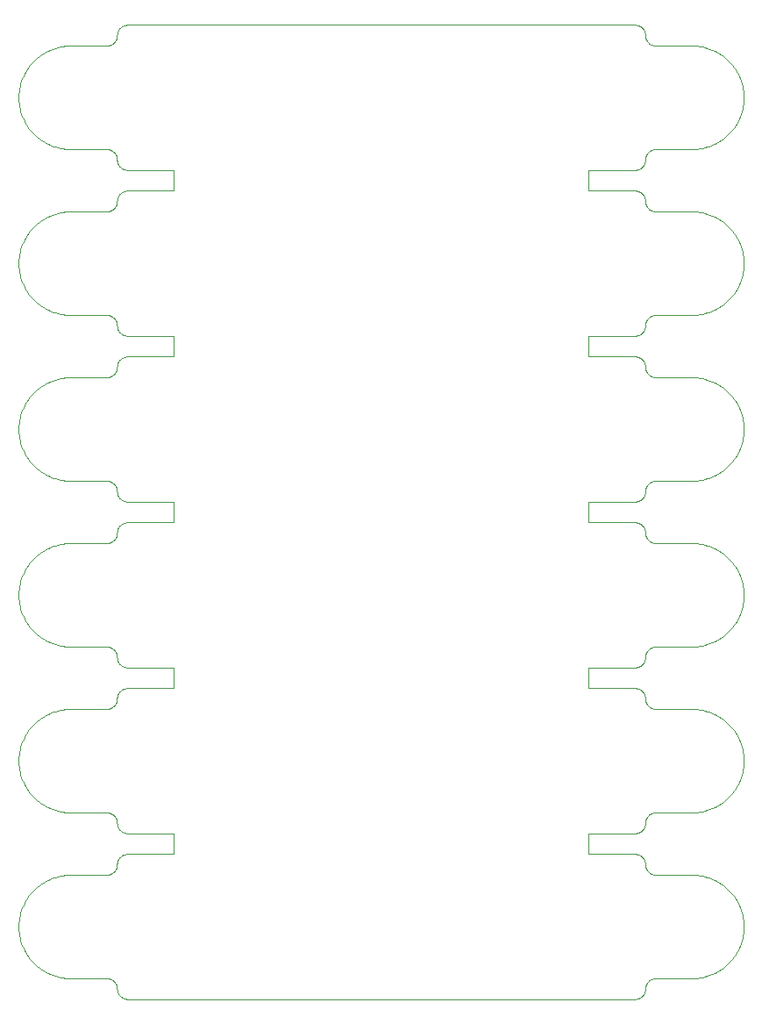
<source format=gm1>
G04 #@! TF.GenerationSoftware,KiCad,Pcbnew,6.0.4-6f826c9f35~116~ubuntu20.04.1*
G04 #@! TF.CreationDate,2022-05-04T20:07:54+01:00*
G04 #@! TF.ProjectId,boostAAA-panel,626f6f73-7441-4414-912d-70616e656c2e,rev?*
G04 #@! TF.SameCoordinates,Original*
G04 #@! TF.FileFunction,Profile,NP*
%FSLAX46Y46*%
G04 Gerber Fmt 4.6, Leading zero omitted, Abs format (unit mm)*
G04 Created by KiCad (PCBNEW 6.0.4-6f826c9f35~116~ubuntu20.04.1) date 2022-05-04 20:07:54*
%MOMM*%
%LPD*%
G01*
G04 APERTURE LIST*
G04 #@! TA.AperFunction,Profile*
%ADD10C,0.100000*%
G04 #@! TD*
G04 APERTURE END LIST*
D10*
X74749098Y-44968077D02*
X74797809Y-44954139D01*
X76151140Y-64937752D02*
X76104090Y-64918957D01*
X75149818Y-44758758D02*
X75187412Y-44724792D01*
X25347018Y-44988468D02*
X25397277Y-44994869D01*
X75969481Y-43151355D02*
X76013144Y-43125653D01*
X25247793Y-63031922D02*
X25199082Y-63045860D01*
X84198575Y-35287268D02*
X84058136Y-35081281D01*
X24223238Y-59311033D02*
X24257204Y-59348627D01*
X75773653Y-27311033D02*
X75809479Y-27275207D01*
X75396250Y-92440394D02*
X75417403Y-92394355D01*
X74797809Y-28954139D02*
X74845751Y-28937752D01*
X84922484Y-86868240D02*
X84959642Y-86621718D01*
X16784507Y-41830222D02*
X16979423Y-41985662D01*
X25498446Y-31000000D02*
X25447796Y-31001283D01*
X84959642Y-54621718D02*
X84984464Y-54373650D01*
X76104090Y-91081042D02*
X76151140Y-91062247D01*
X24347090Y-75471035D02*
X24372792Y-75514698D01*
X75600641Y-48440394D02*
X75579488Y-48394355D01*
X24417403Y-43605644D02*
X24436198Y-43652694D01*
X75509977Y-16151427D02*
X75503576Y-16101168D01*
X75773653Y-80688966D02*
X75739687Y-80651372D01*
X75677682Y-75428731D02*
X75707670Y-75387894D01*
X74549095Y-28998716D02*
X74599614Y-28994869D01*
X74797809Y-44954139D02*
X74845751Y-44937752D01*
X79998446Y-27000000D02*
X80247675Y-26993784D01*
X24499729Y-79949350D02*
X24497162Y-80050649D01*
X24069714Y-32820763D02*
X24027410Y-32848644D01*
X75372792Y-15514698D02*
X75347090Y-15471035D01*
X25104090Y-76918957D02*
X25151140Y-76937752D01*
X76247793Y-59031922D02*
X76297147Y-59020470D01*
X76297147Y-16979529D02*
X76247793Y-16968077D01*
X76151140Y-48937752D02*
X76104090Y-48918957D01*
X74549095Y-60998716D02*
X74599614Y-60994869D01*
X75847073Y-43241241D02*
X75886340Y-43209224D01*
X84922484Y-85131759D02*
X84873085Y-84887395D01*
X75466523Y-79749347D02*
X75452585Y-79700636D01*
X75927177Y-27179236D02*
X75969481Y-27151355D01*
X84198575Y-104712731D02*
X84328573Y-104500000D01*
X80989176Y-42900862D02*
X81232232Y-42845386D01*
X23649873Y-32988468D02*
X23599614Y-32994869D01*
X69998446Y-93000000D02*
X74498446Y-93000000D01*
X83399309Y-57665259D02*
X83577780Y-57491184D01*
X69998446Y-45000000D02*
X74498446Y-45000000D01*
X75624099Y-64485301D02*
X75600641Y-64440394D01*
X19500606Y-17024846D02*
X19253234Y-17055845D01*
X24486914Y-91848572D02*
X24493315Y-91898831D01*
X75372792Y-44485301D02*
X75396250Y-44440394D01*
X76397277Y-32994869D02*
X76347018Y-32988468D01*
X76199082Y-91045860D02*
X76247793Y-91031922D01*
X25247793Y-44968077D02*
X25297147Y-44979529D01*
X17607176Y-74391107D02*
X17829027Y-74504844D01*
X16597582Y-89665259D02*
X16784507Y-89830222D01*
X76247793Y-96968077D02*
X76199082Y-96954139D01*
X75347090Y-92528964D02*
X75372792Y-92485301D01*
X76058051Y-59102195D02*
X76104090Y-59081042D01*
X24110551Y-16790775D02*
X24069714Y-16820763D01*
X81232232Y-42845386D02*
X81472221Y-42777864D01*
X24624099Y-44485301D02*
X24649801Y-44528964D01*
X75493315Y-76101168D02*
X75497162Y-76050649D01*
X24497162Y-96050649D02*
X24493315Y-96101168D01*
X75417403Y-60394355D02*
X75436198Y-60347305D01*
X24372792Y-64485301D02*
X24347090Y-64528964D01*
X75493315Y-15898831D02*
X75486914Y-15848572D01*
X75477975Y-60201298D02*
X75486914Y-60151427D01*
X23699744Y-107020470D02*
X23749098Y-107031922D01*
X74938840Y-92897804D02*
X74983747Y-92874346D01*
X84984464Y-53626349D02*
X84959642Y-53378281D01*
X18056272Y-17392618D02*
X17829027Y-17495155D01*
X24707670Y-31387894D02*
X24677682Y-31428731D01*
X75493315Y-108101168D02*
X75497162Y-108050649D01*
X24372792Y-16485301D02*
X24347090Y-16528964D01*
X84996891Y-101875346D02*
X84984464Y-101626349D01*
X15798316Y-67287268D02*
X15668318Y-67500000D01*
X84652814Y-71826705D02*
X84738082Y-71592433D01*
X81708546Y-81301536D02*
X81472221Y-81222135D01*
X74892801Y-63081042D02*
X74845751Y-63062247D01*
X15344077Y-20173294D02*
X15258809Y-20407566D01*
X16784507Y-105830222D02*
X16979423Y-105985662D01*
X24372792Y-59514698D02*
X24396250Y-59559605D01*
X24486914Y-32151427D02*
X24477975Y-32201298D01*
X23649873Y-75011531D02*
X23699744Y-75020470D01*
X24257204Y-43348627D02*
X24289221Y-43387894D01*
X18764659Y-33154613D02*
X18524670Y-33222135D01*
X83747352Y-66691570D02*
X83577780Y-66508815D01*
X24436198Y-107652694D02*
X24452585Y-107700636D01*
X16597582Y-18334740D02*
X16419111Y-18508815D01*
X75187412Y-47275207D02*
X75149818Y-47241241D01*
X80247675Y-74993784D02*
X80496285Y-74975153D01*
X23938840Y-43102195D02*
X23983747Y-43125653D01*
X75600641Y-27559605D02*
X75624099Y-27514698D01*
X81708546Y-58698463D02*
X81940619Y-58607381D01*
X24773653Y-28688966D02*
X24809479Y-28724792D01*
X19998446Y-75000000D02*
X23498446Y-75000000D01*
X23649873Y-91011531D02*
X23699744Y-91020470D01*
X75069714Y-76820763D02*
X75110551Y-76790775D01*
X29998446Y-29000000D02*
X29998446Y-31000000D01*
X81708546Y-65301536D02*
X81472221Y-65222135D01*
X80989176Y-49099137D02*
X80743657Y-49055845D01*
X24466523Y-64250652D02*
X24452585Y-64299363D01*
X83212384Y-34169777D02*
X83017468Y-34014337D01*
X75396250Y-108440394D02*
X75417403Y-108394355D01*
X75886340Y-75209224D02*
X75927177Y-75179236D01*
X24530368Y-79749347D02*
X24518916Y-79798701D01*
X24497162Y-59949350D02*
X24499729Y-60050649D01*
X75027410Y-79151355D02*
X74983747Y-79125653D01*
X84058136Y-19081281D02*
X83907603Y-18882550D01*
X24544306Y-63700636D02*
X24530368Y-63749347D01*
X25498446Y-77000000D02*
X29998446Y-77000000D01*
X76447796Y-75001283D02*
X76498446Y-75000000D01*
X25447796Y-60998716D02*
X25498446Y-61000000D01*
X76151140Y-43062247D02*
X76199082Y-43045860D01*
X76297147Y-32979529D02*
X76247793Y-32968077D01*
X24600641Y-28440394D02*
X24624099Y-28485301D01*
X24110551Y-80790775D02*
X24069714Y-80820763D01*
X25247793Y-31031922D02*
X25199082Y-31045860D01*
X24579488Y-60394355D02*
X24600641Y-60440394D01*
X75497162Y-76050649D02*
X75499729Y-75949350D01*
X75396250Y-31559605D02*
X75372792Y-31514698D01*
X82605622Y-26266454D02*
X82815046Y-26131193D01*
X24436198Y-48347305D02*
X24417403Y-48394355D01*
X25151140Y-79062247D02*
X25104090Y-79081042D01*
X24257204Y-107348627D02*
X24289221Y-107387894D01*
X84984464Y-70373650D02*
X84996891Y-70124653D01*
X81708546Y-49301536D02*
X81472221Y-49222135D01*
X17391269Y-74266454D02*
X17607176Y-74391107D01*
X81232232Y-65154613D02*
X80989176Y-65099137D01*
X75319209Y-28571268D02*
X75347090Y-28528964D01*
X24497162Y-32050649D02*
X24493315Y-32101168D01*
X84873085Y-100887395D02*
X84811567Y-100645797D01*
X24649801Y-28528964D02*
X24677682Y-28571268D01*
X24707670Y-63387894D02*
X24677682Y-63428731D01*
X76013144Y-32874346D02*
X75969481Y-32848644D01*
X75707670Y-80612105D02*
X75677682Y-80571268D01*
X75600641Y-64440394D02*
X75579488Y-64394355D01*
X24257204Y-96651372D02*
X24223238Y-96688966D01*
X76397277Y-75005130D02*
X76447796Y-75001283D01*
X15074407Y-54868240D02*
X15123806Y-55112604D01*
X83399309Y-82334740D02*
X83212384Y-82169777D01*
X24503576Y-60101168D02*
X24509977Y-60151427D01*
X84198575Y-40712731D02*
X84328573Y-40500000D01*
X74845751Y-79062247D02*
X74797809Y-79045860D01*
X15440916Y-35943564D02*
X15344077Y-36173294D01*
X17391269Y-81733545D02*
X17181845Y-81868806D01*
X24579488Y-63605644D02*
X24560693Y-63652694D01*
X75110551Y-108790775D02*
X75149818Y-108758758D01*
X74649873Y-108988468D02*
X74699744Y-108979529D01*
X16089288Y-98882550D02*
X15938755Y-99081281D01*
X75493315Y-95898831D02*
X75486914Y-95848572D01*
X15185324Y-71354202D02*
X15258809Y-71592433D01*
X83907603Y-34882550D02*
X83747352Y-34691570D01*
X75347090Y-108528964D02*
X75372792Y-108485301D01*
X15549086Y-67718946D02*
X15440916Y-67943564D01*
X17829027Y-74504844D02*
X18056272Y-74607381D01*
X24560693Y-76347305D02*
X24579488Y-76394355D01*
X80989176Y-58900862D02*
X81232232Y-58845386D01*
X74599614Y-95005130D02*
X74549095Y-95001283D01*
X17829027Y-90504844D02*
X18056272Y-90607381D01*
X24677682Y-95428731D02*
X24649801Y-95471035D01*
X25104090Y-47081042D02*
X25058051Y-47102195D01*
X75497162Y-44050649D02*
X75499729Y-43949350D01*
X24223238Y-48688966D02*
X24187412Y-48724792D01*
X75417403Y-79605644D02*
X75396250Y-79559605D01*
X24707670Y-15387894D02*
X24677682Y-15428731D01*
X18524670Y-33222135D02*
X18288345Y-33301536D01*
X24518916Y-28201298D02*
X24530368Y-28250652D01*
X24503576Y-63898831D02*
X24499729Y-63949350D01*
X24530368Y-76250652D02*
X24544306Y-76299363D01*
X18288345Y-42698463D02*
X18524670Y-42777864D01*
X15185324Y-20645797D02*
X15123806Y-20887395D01*
X74649873Y-63011531D02*
X74599614Y-63005130D01*
X75372792Y-31514698D02*
X75347090Y-31471035D01*
X74649873Y-47011531D02*
X74599614Y-47005130D01*
X79998446Y-81000000D02*
X76498446Y-81000000D01*
X75707670Y-75387894D02*
X75739687Y-75348627D01*
X29998446Y-93000000D02*
X29998446Y-95000000D01*
X76447796Y-48998716D02*
X76397277Y-48994869D01*
X24847073Y-63241241D02*
X24809479Y-63275207D01*
X75289221Y-31387894D02*
X75257204Y-31348627D01*
X15258809Y-87592433D02*
X15344077Y-87826705D01*
X75544306Y-80299363D02*
X75530368Y-80250652D01*
X25297147Y-44979529D02*
X25347018Y-44988468D01*
X82605622Y-33733545D02*
X82389715Y-33608892D01*
X80743657Y-33055845D02*
X80496285Y-33024846D01*
X75466523Y-47749347D02*
X75452585Y-47700636D01*
X76347018Y-43011531D02*
X76397277Y-43005130D01*
X83399309Y-18334740D02*
X83212384Y-18169777D01*
X75624099Y-59514698D02*
X75649801Y-59471035D01*
X76347018Y-16988468D02*
X76297147Y-16979529D01*
X24493315Y-64101168D02*
X24486914Y-64151427D01*
X74983747Y-15125653D02*
X74938840Y-15102195D01*
X84447805Y-72281053D02*
X84555975Y-72056435D01*
X24486914Y-48151427D02*
X24477975Y-48201298D01*
X75707670Y-16612105D02*
X75677682Y-16571268D01*
X24509977Y-76151427D02*
X24518916Y-76201298D01*
X24739687Y-95348627D02*
X24707670Y-95387894D01*
X24110551Y-48790775D02*
X24069714Y-48820763D01*
X19253234Y-81055845D02*
X19007715Y-81099137D01*
X24509977Y-63848572D02*
X24503576Y-63898831D01*
X83907603Y-25117449D02*
X84058136Y-24918718D01*
X83577780Y-73491184D02*
X83747352Y-73308429D01*
X24452585Y-48299363D02*
X24436198Y-48347305D01*
X84996891Y-54124653D02*
X84996891Y-53875346D01*
X24518916Y-60201298D02*
X24530368Y-60250652D01*
X83907603Y-50882550D02*
X83747352Y-50691570D01*
X24847073Y-28758758D02*
X24886340Y-28790775D01*
X15074407Y-101131759D02*
X15037249Y-101378281D01*
X75149818Y-31241241D02*
X75110551Y-31209224D01*
X15000000Y-69875346D02*
X15000000Y-70124653D01*
X84198575Y-19287268D02*
X84058136Y-19081281D01*
X84198575Y-83287268D02*
X84058136Y-83081281D01*
X74749098Y-63031922D02*
X74699744Y-63020470D01*
X24396250Y-27559605D02*
X24417403Y-27605644D01*
X17181845Y-81868806D02*
X16979423Y-82014337D01*
X25347018Y-79011531D02*
X25297147Y-79020470D01*
X75486914Y-60151427D02*
X75493315Y-60101168D01*
X81472221Y-81222135D02*
X81232232Y-81154613D01*
X76151140Y-59062247D02*
X76199082Y-59045860D01*
X25247793Y-108968077D02*
X25297147Y-108979529D01*
X15123806Y-55112604D02*
X15185324Y-55354202D01*
X74892801Y-60918957D02*
X74938840Y-60897804D01*
X83747352Y-89308429D02*
X83907603Y-89117449D01*
X74845751Y-63062247D02*
X74797809Y-63045860D01*
X24544306Y-15700636D02*
X24530368Y-15749347D01*
X75579488Y-107605644D02*
X75600641Y-107559605D01*
X25199082Y-15045860D02*
X25151140Y-15062247D01*
X84198575Y-99287268D02*
X84058136Y-99081281D01*
X17829027Y-58504844D02*
X18056272Y-58607381D01*
X84959642Y-37378281D02*
X84922484Y-37131759D01*
X75110551Y-15209224D02*
X75069714Y-15179236D01*
X84328573Y-99500000D02*
X84198575Y-99287268D01*
X23599614Y-59005130D02*
X23649873Y-59011531D01*
X23983747Y-16874346D02*
X23938840Y-16897804D01*
X24396250Y-59559605D02*
X24417403Y-59605644D01*
X74498446Y-47000000D02*
X69998446Y-47000000D01*
X75486914Y-15848572D02*
X75477975Y-15798701D01*
X17181845Y-26131193D02*
X17391269Y-26266454D01*
X83907603Y-82882550D02*
X83747352Y-82691570D01*
X24509977Y-15848572D02*
X24503576Y-15898831D01*
X25347018Y-28988468D02*
X25397277Y-28994869D01*
X75319209Y-92571268D02*
X75347090Y-92528964D01*
X24187412Y-27275207D02*
X24223238Y-27311033D01*
X76397277Y-91005130D02*
X76447796Y-91001283D01*
X84738082Y-103592433D02*
X84811567Y-103354202D01*
X23498446Y-17000000D02*
X19998446Y-17000000D01*
X19007715Y-26900862D02*
X19253234Y-26944154D01*
X81472221Y-106777864D02*
X81708546Y-106698463D01*
X24847073Y-76758758D02*
X24886340Y-76790775D01*
X74699744Y-60979529D02*
X74749098Y-60968077D01*
X74749098Y-28968077D02*
X74797809Y-28954139D01*
X81940619Y-17392618D02*
X81708546Y-17301536D01*
X16979423Y-82014337D02*
X16784507Y-82169777D01*
X75809479Y-59275207D02*
X75847073Y-59241241D01*
X75110551Y-79209224D02*
X75069714Y-79179236D01*
X19998446Y-97000000D02*
X19749216Y-97006215D01*
X75497162Y-28050649D02*
X75499729Y-27949350D01*
X24223238Y-91311033D02*
X24257204Y-91348627D01*
X76151140Y-96937752D02*
X76104090Y-96918957D01*
X18524670Y-49222135D02*
X18288345Y-49301536D01*
X74599614Y-15005130D02*
X74549095Y-15001283D01*
X74938840Y-47102195D02*
X74892801Y-47081042D01*
X81232232Y-17154613D02*
X80989176Y-17099137D01*
X74498446Y-45000000D02*
X74549095Y-44998716D01*
X25151140Y-47062247D02*
X25104090Y-47081042D01*
X82167864Y-58504844D02*
X82389715Y-58391107D01*
X83577780Y-105491184D02*
X83747352Y-105308429D01*
X83017468Y-73985662D02*
X83212384Y-73830222D01*
X75503576Y-107898831D02*
X75509977Y-107848572D01*
X24773653Y-60688966D02*
X24809479Y-60724792D01*
X75707670Y-27387894D02*
X75739687Y-27348627D01*
X76013144Y-16874346D02*
X75969481Y-16848644D01*
X24544306Y-76299363D02*
X24560693Y-76347305D01*
X15012427Y-21626349D02*
X15000000Y-21875346D01*
X24027410Y-96848644D02*
X23983747Y-96874346D01*
X75466523Y-31749347D02*
X75452585Y-31700636D01*
X80247675Y-81006215D02*
X79998446Y-81000000D01*
X84984464Y-37626349D02*
X84959642Y-37378281D01*
X18288345Y-26698463D02*
X18524670Y-26777864D01*
X76397277Y-16994869D02*
X76347018Y-16988468D01*
X15037249Y-54621718D02*
X15074407Y-54868240D01*
X24773653Y-79311033D02*
X24739687Y-79348627D01*
X83399309Y-66334740D02*
X83212384Y-66169777D01*
X74892801Y-47081042D02*
X74845751Y-47062247D01*
X75530368Y-16250652D02*
X75518916Y-16201298D01*
X80247675Y-17006215D02*
X79998446Y-17000000D01*
X15000000Y-53875346D02*
X15000000Y-54124653D01*
X24847073Y-60758758D02*
X24886340Y-60790775D01*
X83577780Y-25491184D02*
X83747352Y-25308429D01*
X84738082Y-100407566D02*
X84652814Y-100173294D01*
X76297147Y-91020470D02*
X76347018Y-91011531D01*
X19500606Y-58975153D02*
X19749216Y-58993784D01*
X75027410Y-15151355D02*
X74983747Y-15125653D01*
X75509977Y-27848572D02*
X75518916Y-27798701D01*
X15798316Y-19287268D02*
X15668318Y-19500000D01*
X75809479Y-91275207D02*
X75847073Y-91241241D01*
X84873085Y-52887395D02*
X84811567Y-52645797D01*
X83907603Y-98882550D02*
X83747352Y-98691570D01*
X24579488Y-95605644D02*
X24560693Y-95652694D01*
X82605622Y-17733545D02*
X82389715Y-17608892D01*
X23797809Y-107045860D02*
X23845751Y-107062247D01*
X84984464Y-54373650D02*
X84996891Y-54124653D01*
X24493315Y-48101168D02*
X24486914Y-48151427D01*
X23892801Y-59081042D02*
X23938840Y-59102195D01*
X75110551Y-63209224D02*
X75069714Y-63179236D01*
X24530368Y-31749347D02*
X24518916Y-31798701D01*
X75027410Y-47151355D02*
X74983747Y-47125653D01*
X82605622Y-74266454D02*
X82815046Y-74131193D01*
X24027410Y-59151355D02*
X24069714Y-59179236D01*
X79998446Y-17000000D02*
X76498446Y-17000000D01*
X15258809Y-71592433D02*
X15344077Y-71826705D01*
X15344077Y-84173294D02*
X15258809Y-84407566D01*
X24187412Y-80724792D02*
X24149818Y-80758758D01*
X84058136Y-83081281D02*
X83907603Y-82882550D01*
X19007715Y-42900862D02*
X19253234Y-42944154D01*
X19500606Y-81024846D02*
X19253234Y-81055845D01*
X82815046Y-90131193D02*
X83017468Y-89985662D01*
X75969481Y-64848644D02*
X75927177Y-64820763D01*
X24518916Y-108201298D02*
X24530368Y-108250652D01*
X16249539Y-82691570D02*
X16089288Y-82882550D01*
X84555975Y-51943564D02*
X84447805Y-51718946D01*
X24027410Y-80848644D02*
X23983747Y-80874346D01*
X23938840Y-59102195D02*
X23983747Y-59125653D01*
X76247793Y-16968077D02*
X76199082Y-16954139D01*
X16419111Y-82508815D02*
X16249539Y-82691570D01*
X23599614Y-64994869D02*
X23549095Y-64998716D01*
X24396250Y-80440394D02*
X24372792Y-80485301D01*
X16419111Y-57491184D02*
X16597582Y-57665259D01*
X24624099Y-47514698D02*
X24600641Y-47559605D01*
X81940619Y-81392618D02*
X81708546Y-81301536D01*
X24436198Y-75652694D02*
X24452585Y-75700636D01*
X24069714Y-96820763D02*
X24027410Y-96848644D01*
X75544306Y-75700636D02*
X75560693Y-75652694D01*
X75530368Y-75749347D02*
X75544306Y-75700636D01*
X83747352Y-41308429D02*
X83907603Y-41117449D01*
X24579488Y-15605644D02*
X24560693Y-15652694D01*
X75739687Y-107348627D02*
X75773653Y-107311033D01*
X75187412Y-79275207D02*
X75149818Y-79241241D01*
X24497162Y-107949350D02*
X24499729Y-108050649D01*
X24499729Y-108050649D02*
X24503576Y-108101168D01*
X29998446Y-63000000D02*
X25498446Y-63000000D01*
X23938840Y-80897804D02*
X23892801Y-80918957D01*
X75396250Y-47559605D02*
X75372792Y-47514698D01*
X24503576Y-76101168D02*
X24509977Y-76151427D01*
X75969481Y-91151355D02*
X76013144Y-91125653D01*
X17391269Y-42266454D02*
X17607176Y-42391107D01*
X74797809Y-76954139D02*
X74845751Y-76937752D01*
X24477975Y-80201298D02*
X24466523Y-80250652D01*
X75773653Y-75311033D02*
X75809479Y-75275207D01*
X75518916Y-64201298D02*
X75509977Y-64151427D01*
X24847073Y-108758758D02*
X24886340Y-108790775D01*
X25151140Y-95062247D02*
X25104090Y-95081042D01*
X23549095Y-16998716D02*
X23498446Y-17000000D01*
X25058051Y-44897804D02*
X25104090Y-44918957D01*
X74699744Y-79020470D02*
X74649873Y-79011531D01*
X17829027Y-81495155D02*
X17607176Y-81608892D01*
X24544306Y-95700636D02*
X24530368Y-95749347D01*
X25447796Y-95001283D02*
X25397277Y-95005130D01*
X81472221Y-74777864D02*
X81708546Y-74698463D01*
X25013144Y-63125653D02*
X24969481Y-63151355D01*
X24466523Y-48250652D02*
X24452585Y-48299363D01*
X84555975Y-67943564D02*
X84447805Y-67718946D01*
X24396250Y-107559605D02*
X24417403Y-107605644D01*
X75466523Y-44250652D02*
X75477975Y-44201298D01*
X74845751Y-92937752D02*
X74892801Y-92918957D01*
X24624099Y-60485301D02*
X24649801Y-60528964D01*
X75493315Y-44101168D02*
X75497162Y-44050649D01*
X24069714Y-75179236D02*
X24110551Y-75209224D01*
X24027410Y-91151355D02*
X24069714Y-91179236D01*
X75739687Y-27348627D02*
X75773653Y-27311033D01*
X75503576Y-64101168D02*
X75499729Y-64050649D01*
X75773653Y-48688966D02*
X75739687Y-48651372D01*
X23599614Y-16994869D02*
X23549095Y-16998716D01*
X23749098Y-96968077D02*
X23699744Y-96979529D01*
X23845751Y-107062247D02*
X23892801Y-107081042D01*
X24739687Y-63348627D02*
X24707670Y-63387894D01*
X24452585Y-43700636D02*
X24466523Y-43749347D01*
X24486914Y-96151427D02*
X24477975Y-96201298D01*
X74749098Y-95031922D02*
X74699744Y-95020470D01*
X17607176Y-81608892D02*
X17391269Y-81733545D01*
X75477975Y-15798701D02*
X75466523Y-15749347D01*
X23938840Y-107102195D02*
X23983747Y-107125653D01*
X75560693Y-107652694D02*
X75579488Y-107605644D01*
X24466523Y-91749347D02*
X24477975Y-91798701D01*
X15012427Y-38373650D02*
X15037249Y-38621718D01*
X24847073Y-47241241D02*
X24809479Y-47275207D01*
X75257204Y-108651372D02*
X75289221Y-108612105D01*
X76013144Y-64874346D02*
X75969481Y-64848644D01*
X76104090Y-48918957D02*
X76058051Y-48897804D01*
X84058136Y-72918718D02*
X84198575Y-72712731D01*
X19007715Y-33099137D02*
X18764659Y-33154613D01*
X83577780Y-18508815D02*
X83399309Y-18334740D01*
X24436198Y-16347305D02*
X24417403Y-16394355D01*
X74749098Y-108968077D02*
X74797809Y-108954139D01*
X24503576Y-15898831D02*
X24499729Y-15949350D01*
X16249539Y-73308429D02*
X16419111Y-73491184D01*
X16089288Y-41117449D02*
X16249539Y-41308429D01*
X75579488Y-91605644D02*
X75600641Y-91559605D01*
X75486914Y-31848572D02*
X75477975Y-31798701D01*
X24347090Y-27471035D02*
X24372792Y-27514698D01*
X24809479Y-76724792D02*
X24847073Y-76758758D01*
X83747352Y-73308429D02*
X83907603Y-73117449D01*
X74983747Y-92874346D02*
X75027410Y-92848644D01*
X24649801Y-60528964D02*
X24677682Y-60571268D01*
X82389715Y-42391107D02*
X82605622Y-42266454D01*
X79998446Y-33000000D02*
X76498446Y-33000000D01*
X69998446Y-61000000D02*
X74498446Y-61000000D01*
X24499729Y-76050649D02*
X24503576Y-76101168D01*
X74892801Y-15081042D02*
X74845751Y-15062247D01*
X23797809Y-59045860D02*
X23845751Y-59062247D01*
X23549095Y-59001283D02*
X23599614Y-59005130D01*
X19500606Y-33024846D02*
X19253234Y-33055845D01*
X24886340Y-60790775D02*
X24927177Y-60820763D01*
X75319209Y-63428731D02*
X75289221Y-63387894D01*
X24773653Y-44688966D02*
X24809479Y-44724792D01*
X75677682Y-27428731D02*
X75707670Y-27387894D01*
X75600641Y-75559605D02*
X75624099Y-75514698D01*
X80496285Y-42975153D02*
X80743657Y-42944154D01*
X74797809Y-92954139D02*
X74845751Y-92937752D01*
X75187412Y-76724792D02*
X75223238Y-76688966D01*
X75624099Y-91514698D02*
X75649801Y-91471035D01*
X24509977Y-92151427D02*
X24518916Y-92201298D01*
X23549095Y-91001283D02*
X23599614Y-91005130D01*
X79998446Y-43000000D02*
X80247675Y-42993784D01*
X23699744Y-64979529D02*
X23649873Y-64988468D01*
X25397277Y-28994869D02*
X25447796Y-28998716D01*
X81708546Y-97301536D02*
X81472221Y-97222135D01*
X84328573Y-19500000D02*
X84198575Y-19287268D01*
X75969481Y-59151355D02*
X76013144Y-59125653D01*
X24396250Y-16440394D02*
X24372792Y-16485301D01*
X75886340Y-64790775D02*
X75847073Y-64758758D01*
X75477975Y-79798701D02*
X75466523Y-79749347D01*
X23549095Y-80998716D02*
X23498446Y-81000000D01*
X75499729Y-96050649D02*
X75497162Y-95949350D01*
X24027410Y-16848644D02*
X23983747Y-16874346D01*
X75739687Y-96651372D02*
X75707670Y-96612105D01*
X84811567Y-20645797D02*
X84738082Y-20407566D01*
X76498446Y-75000000D02*
X79998446Y-75000000D01*
X76447796Y-107001283D02*
X76498446Y-107000000D01*
X24223238Y-96688966D02*
X24187412Y-96724792D01*
X75149818Y-47241241D02*
X75110551Y-47209224D01*
X15440916Y-104056435D02*
X15549086Y-104281053D01*
X19749216Y-97006215D02*
X19500606Y-97024846D01*
X17607176Y-58391107D02*
X17829027Y-58504844D01*
X75600641Y-16440394D02*
X75579488Y-16394355D01*
X18288345Y-17301536D02*
X18056272Y-17392618D01*
X15344077Y-68173294D02*
X15258809Y-68407566D01*
X75069714Y-92820763D02*
X75110551Y-92790775D01*
X75927177Y-96820763D02*
X75886340Y-96790775D01*
X23549095Y-27001283D02*
X23599614Y-27005130D01*
X15037249Y-53378281D02*
X15012427Y-53626349D01*
X75969481Y-80848644D02*
X75927177Y-80820763D01*
X17607176Y-26391107D02*
X17829027Y-26504844D01*
X24530368Y-15749347D02*
X24518916Y-15798701D01*
X24847073Y-79241241D02*
X24809479Y-79275207D01*
X82389715Y-97608892D02*
X82167864Y-97495155D01*
X76498446Y-81000000D02*
X76447796Y-80998716D01*
X82167864Y-42504844D02*
X82389715Y-42391107D01*
X84198575Y-88712731D02*
X84328573Y-88500000D01*
X25151140Y-31062247D02*
X25104090Y-31081042D01*
X25151140Y-108937752D02*
X25199082Y-108954139D01*
X76297147Y-107020470D02*
X76347018Y-107011531D01*
X15798316Y-35287268D02*
X15668318Y-35500000D01*
X25297147Y-108979529D02*
X25347018Y-108988468D01*
X75560693Y-64347305D02*
X75544306Y-64299363D01*
X17391269Y-58266454D02*
X17607176Y-58391107D01*
X15258809Y-103592433D02*
X15344077Y-103826705D01*
X19007715Y-90900862D02*
X19253234Y-90944154D01*
X24396250Y-43559605D02*
X24417403Y-43605644D01*
X15258809Y-20407566D02*
X15185324Y-20645797D01*
X76297147Y-27020470D02*
X76347018Y-27011531D01*
X24027410Y-32848644D02*
X23983747Y-32874346D01*
X84447805Y-99718946D02*
X84328573Y-99500000D01*
X18524670Y-81222135D02*
X18288345Y-81301536D01*
X83017468Y-25985662D02*
X83212384Y-25830222D01*
X76151140Y-75062247D02*
X76199082Y-75045860D01*
X15012427Y-22373650D02*
X15037249Y-22621718D01*
X15074407Y-102868240D02*
X15123806Y-103112604D01*
X24886340Y-15209224D02*
X24847073Y-15241241D01*
X74892801Y-79081042D02*
X74845751Y-79062247D01*
X24886340Y-28790775D02*
X24927177Y-28820763D01*
X75624099Y-107514698D02*
X75649801Y-107471035D01*
X75486914Y-92151427D02*
X75493315Y-92101168D01*
X24707670Y-60612105D02*
X24739687Y-60651372D01*
X84652814Y-103826705D02*
X84738082Y-103592433D01*
X24347090Y-91471035D02*
X24372792Y-91514698D01*
X23699744Y-75020470D02*
X23749098Y-75031922D01*
X83399309Y-34334740D02*
X83212384Y-34169777D01*
X76199082Y-16954139D02*
X76151140Y-16937752D01*
X75600641Y-80440394D02*
X75579488Y-80394355D01*
X24319209Y-27428731D02*
X24347090Y-27471035D01*
X24809479Y-44724792D02*
X24847073Y-44758758D01*
X76104090Y-32918957D02*
X76058051Y-32897804D01*
X75773653Y-16688966D02*
X75739687Y-16651372D01*
X24187412Y-43275207D02*
X24223238Y-43311033D01*
X24560693Y-15652694D02*
X24544306Y-15700636D01*
X76104090Y-27081042D02*
X76151140Y-27062247D01*
X82815046Y-74131193D02*
X83017468Y-73985662D01*
X75809479Y-75275207D02*
X75847073Y-75241241D01*
X17181845Y-17868806D02*
X16979423Y-18014337D01*
X15798316Y-72712731D02*
X15938755Y-72918718D01*
X83017468Y-50014337D02*
X82815046Y-49868806D01*
X74983747Y-95125653D02*
X74938840Y-95102195D01*
X15185324Y-39354202D02*
X15258809Y-39592433D01*
X74749098Y-79031922D02*
X74699744Y-79020470D01*
X15000000Y-37875346D02*
X15000000Y-38124653D01*
X76347018Y-32988468D02*
X76297147Y-32979529D01*
X84652814Y-36173294D02*
X84555975Y-35943564D01*
X75677682Y-16571268D02*
X75649801Y-16528964D01*
X24969481Y-92848644D02*
X25013144Y-92874346D01*
X84738082Y-84407566D02*
X84652814Y-84173294D01*
X75452585Y-31700636D02*
X75436198Y-31652694D01*
X24739687Y-60651372D02*
X24773653Y-60688966D01*
X75530368Y-27749347D02*
X75544306Y-27700636D01*
X24927177Y-47179236D02*
X24886340Y-47209224D01*
X23498446Y-33000000D02*
X19998446Y-33000000D01*
X75499729Y-107949350D02*
X75503576Y-107898831D01*
X24417403Y-32394355D02*
X24396250Y-32440394D01*
X75452585Y-28299363D02*
X75466523Y-28250652D01*
X24347090Y-96528964D02*
X24319209Y-96571268D01*
X18764659Y-42845386D02*
X19007715Y-42900862D01*
X83399309Y-73665259D02*
X83577780Y-73491184D01*
X75509977Y-64151427D02*
X75503576Y-64101168D01*
X15123806Y-23112604D02*
X15185324Y-23354202D01*
X75530368Y-80250652D02*
X75518916Y-80201298D01*
X75027410Y-31151355D02*
X74983747Y-31125653D01*
X18288345Y-33301536D02*
X18056272Y-33392618D01*
X25247793Y-47031922D02*
X25199082Y-47045860D01*
X23797809Y-64954139D02*
X23749098Y-64968077D01*
X75069714Y-60820763D02*
X75110551Y-60790775D01*
X75969481Y-96848644D02*
X75927177Y-96820763D01*
X24257204Y-16651372D02*
X24223238Y-16688966D01*
X84922484Y-70868240D02*
X84959642Y-70621718D01*
X80496285Y-65024846D02*
X80247675Y-65006215D01*
X25347018Y-60988468D02*
X25397277Y-60994869D01*
X24396250Y-75559605D02*
X24417403Y-75605644D01*
X24486914Y-64151427D02*
X24477975Y-64201298D01*
X15344077Y-36173294D02*
X15258809Y-36407566D01*
X23549095Y-96998716D02*
X23498446Y-97000000D01*
X18288345Y-106698463D02*
X18524670Y-106777864D01*
X18524670Y-74777864D02*
X18764659Y-74845386D01*
X24493315Y-16101168D02*
X24486914Y-16151427D01*
X75497162Y-79949350D02*
X75493315Y-79898831D01*
X76058051Y-16897804D02*
X76013144Y-16874346D01*
X76247793Y-32968077D02*
X76199082Y-32954139D01*
X24319209Y-96571268D02*
X24289221Y-96612105D01*
X75509977Y-48151427D02*
X75503576Y-48101168D01*
X17181845Y-65868806D02*
X16979423Y-66014337D01*
X19500606Y-42975153D02*
X19749216Y-42993784D01*
X75187412Y-60724792D02*
X75223238Y-60688966D01*
X83212384Y-89830222D02*
X83399309Y-89665259D01*
X16089288Y-105117449D02*
X16249539Y-105308429D01*
X75739687Y-48651372D02*
X75707670Y-48612105D01*
X15258809Y-100407566D02*
X15185324Y-100645797D01*
X15668318Y-88500000D02*
X15798316Y-88712731D01*
X75677682Y-80571268D02*
X75649801Y-80528964D01*
X24739687Y-44651372D02*
X24773653Y-44688966D01*
X24600641Y-31559605D02*
X24579488Y-31605644D01*
X75503576Y-96101168D02*
X75499729Y-96050649D01*
X80743657Y-97055845D02*
X80496285Y-97024846D01*
X16249539Y-57308429D02*
X16419111Y-57491184D01*
X84555975Y-40056435D02*
X84652814Y-39826705D01*
X75396250Y-44440394D02*
X75417403Y-44394355D01*
X84984464Y-69626349D02*
X84959642Y-69378281D01*
X84058136Y-56918718D02*
X84198575Y-56712731D01*
X74549095Y-79001283D02*
X74498446Y-79000000D01*
X24110551Y-75209224D02*
X24149818Y-75241241D01*
X74983747Y-28874346D02*
X75027410Y-28848644D01*
X75027410Y-60848644D02*
X75069714Y-60820763D01*
X82167864Y-90504844D02*
X82389715Y-90391107D01*
X74983747Y-63125653D02*
X74938840Y-63102195D01*
X24509977Y-47848572D02*
X24503576Y-47898831D01*
X19500606Y-74975153D02*
X19749216Y-74993784D01*
X24886340Y-47209224D02*
X24847073Y-47241241D01*
X74549095Y-47001283D02*
X74498446Y-47000000D01*
X25058051Y-108897804D02*
X25104090Y-108918957D01*
X24289221Y-91387894D02*
X24319209Y-91428731D01*
X24600641Y-63559605D02*
X24579488Y-63605644D01*
X25498446Y-79000000D02*
X25447796Y-79001283D01*
X75927177Y-32820763D02*
X75886340Y-32790775D01*
X76347018Y-107011531D02*
X76397277Y-107005130D01*
X75486914Y-108151427D02*
X75493315Y-108101168D01*
X75530368Y-96250652D02*
X75518916Y-96201298D01*
X84996891Y-22124653D02*
X84996891Y-21875346D01*
X75649801Y-32528964D02*
X75624099Y-32485301D01*
X17391269Y-49733545D02*
X17181845Y-49868806D01*
X84996891Y-53875346D02*
X84984464Y-53626349D01*
X25104090Y-108918957D02*
X25151140Y-108937752D01*
X75149818Y-28758758D02*
X75187412Y-28724792D01*
X83907603Y-105117449D02*
X84058136Y-104918718D01*
X24466523Y-43749347D02*
X24477975Y-43798701D01*
X23983747Y-32874346D02*
X23938840Y-32897804D01*
X24969481Y-108848644D02*
X25013144Y-108874346D01*
X23983747Y-27125653D02*
X24027410Y-27151355D01*
X74699744Y-47020470D02*
X74649873Y-47011531D01*
X75544306Y-96299363D02*
X75530368Y-96250652D01*
X25397277Y-44994869D02*
X25447796Y-44998716D01*
X25297147Y-31020470D02*
X25247793Y-31031922D01*
X24649801Y-95471035D02*
X24624099Y-95514698D01*
X81940619Y-97392618D02*
X81708546Y-97301536D01*
X75452585Y-108299363D02*
X75466523Y-108250652D01*
X75530368Y-32250652D02*
X75518916Y-32201298D01*
X75319209Y-47428731D02*
X75289221Y-47387894D01*
X75677682Y-43428731D02*
X75707670Y-43387894D01*
X76247793Y-64968077D02*
X76199082Y-64954139D01*
X75497162Y-95949350D02*
X75493315Y-95898831D01*
X18056272Y-97392618D02*
X17829027Y-97495155D01*
X24773653Y-95311033D02*
X24739687Y-95348627D01*
X23983747Y-91125653D02*
X24027410Y-91151355D01*
X75809479Y-80724792D02*
X75773653Y-80688966D01*
X75773653Y-107311033D02*
X75809479Y-107275207D01*
X15938755Y-104918718D02*
X16089288Y-105117449D01*
X24347090Y-64528964D02*
X24319209Y-64571268D01*
X80496285Y-33024846D02*
X80247675Y-33006215D01*
X24452585Y-16299363D02*
X24436198Y-16347305D01*
X83747352Y-98691570D02*
X83577780Y-98508815D01*
X24319209Y-59428731D02*
X24347090Y-59471035D01*
X84811567Y-84645797D02*
X84738082Y-84407566D01*
X80496285Y-58975153D02*
X80743657Y-58944154D01*
X75544306Y-16299363D02*
X75530368Y-16250652D01*
X24452585Y-107700636D02*
X24466523Y-107749347D01*
X75486914Y-79848572D02*
X75477975Y-79798701D01*
X79998446Y-91000000D02*
X80247675Y-90993784D01*
X75518916Y-91798701D02*
X75530368Y-91749347D01*
X84959642Y-69378281D02*
X84922484Y-69131759D01*
X23498446Y-107000000D02*
X23549095Y-107001283D01*
X15344077Y-55826705D02*
X15440916Y-56056435D01*
X74983747Y-60874346D02*
X75027410Y-60848644D01*
X76104090Y-75081042D02*
X76151140Y-75062247D01*
X75927177Y-75179236D02*
X75969481Y-75151355D01*
X76447796Y-16998716D02*
X76397277Y-16994869D01*
X84198575Y-24712731D02*
X84328573Y-24500000D01*
X18056272Y-26607381D02*
X18288345Y-26698463D01*
X18056272Y-49392618D02*
X17829027Y-49495155D01*
X15074407Y-53131759D02*
X15037249Y-53378281D01*
X84922484Y-22868240D02*
X84959642Y-22621718D01*
X76104090Y-96918957D02*
X76058051Y-96897804D01*
X75452585Y-44299363D02*
X75466523Y-44250652D01*
X80989176Y-26900862D02*
X81232232Y-26845386D01*
X74983747Y-47125653D02*
X74938840Y-47102195D01*
X24503576Y-31898831D02*
X24499729Y-31949350D01*
X24677682Y-76571268D02*
X24707670Y-76612105D01*
X84738082Y-68407566D02*
X84652814Y-68173294D01*
X80989176Y-65099137D02*
X80743657Y-65055845D01*
X24497162Y-91949350D02*
X24499729Y-92050649D01*
X81940619Y-26607381D02*
X82167864Y-26504844D01*
X76397277Y-59005130D02*
X76447796Y-59001283D01*
X84058136Y-40918718D02*
X84198575Y-40712731D01*
X79998446Y-49000000D02*
X76498446Y-49000000D01*
X29998446Y-31000000D02*
X25498446Y-31000000D01*
X24257204Y-59348627D02*
X24289221Y-59387894D01*
X24809479Y-79275207D02*
X24773653Y-79311033D01*
X24319209Y-43428731D02*
X24347090Y-43471035D01*
X75739687Y-91348627D02*
X75773653Y-91311033D01*
X19253234Y-65055845D02*
X19007715Y-65099137D01*
X15037249Y-101378281D02*
X15012427Y-101626349D01*
X81472221Y-90777864D02*
X81708546Y-90698463D01*
X24493315Y-59898831D02*
X24497162Y-59949350D01*
X24223238Y-107311033D02*
X24257204Y-107348627D01*
X75503576Y-80101168D02*
X75499729Y-80050649D01*
X24110551Y-91209224D02*
X24149818Y-91241241D01*
X15938755Y-35081281D02*
X15798316Y-35287268D01*
X15185324Y-84645797D02*
X15123806Y-84887395D01*
X15000000Y-21875346D02*
X15000000Y-22124653D01*
X17829027Y-65495155D02*
X17607176Y-65608892D01*
X16249539Y-98691570D02*
X16089288Y-98882550D01*
X74845751Y-15062247D02*
X74797809Y-15045860D01*
X75886340Y-16790775D02*
X75847073Y-16758758D01*
X76058051Y-80897804D02*
X76013144Y-80874346D01*
X75707670Y-43387894D02*
X75739687Y-43348627D01*
X24187412Y-91275207D02*
X24223238Y-91311033D01*
X15000000Y-70124653D02*
X15012427Y-70373650D01*
X24372792Y-27514698D02*
X24396250Y-27559605D01*
X24027410Y-107151355D02*
X24069714Y-107179236D01*
X24560693Y-47652694D02*
X24544306Y-47700636D01*
X19007715Y-65099137D02*
X18764659Y-65154613D01*
X84058136Y-67081281D02*
X83907603Y-66882550D01*
X23797809Y-80954139D02*
X23749098Y-80968077D01*
X15258809Y-39592433D02*
X15344077Y-39826705D01*
X19253234Y-26944154D02*
X19500606Y-26975153D01*
X24497162Y-64050649D02*
X24493315Y-64101168D01*
X25104090Y-31081042D02*
X25058051Y-31102195D01*
X25498446Y-61000000D02*
X29998446Y-61000000D01*
X23983747Y-96874346D02*
X23938840Y-96897804D01*
X24579488Y-31605644D02*
X24560693Y-31652694D01*
X81940619Y-33392618D02*
X81708546Y-33301536D01*
X75677682Y-64571268D02*
X75649801Y-64528964D01*
X16089288Y-25117449D02*
X16249539Y-25308429D01*
X24436198Y-64347305D02*
X24417403Y-64394355D01*
X16419111Y-73491184D02*
X16597582Y-73665259D01*
X76347018Y-59011531D02*
X76397277Y-59005130D01*
X17829027Y-49495155D02*
X17607176Y-49608892D01*
X25297147Y-92979529D02*
X25347018Y-92988468D01*
X19998446Y-49000000D02*
X19749216Y-49006215D01*
X23749098Y-80968077D02*
X23699744Y-80979529D01*
X75493315Y-79898831D02*
X75486914Y-79848572D01*
X15938755Y-56918718D02*
X16089288Y-57117449D01*
X75773653Y-64688966D02*
X75739687Y-64651372D01*
X23749098Y-43031922D02*
X23797809Y-43045860D01*
X23892801Y-91081042D02*
X23938840Y-91102195D01*
X24518916Y-92201298D02*
X24530368Y-92250652D01*
X75600641Y-91559605D02*
X75624099Y-91514698D01*
X24773653Y-108688966D02*
X24809479Y-108724792D01*
X17391269Y-106266454D02*
X17607176Y-106391107D01*
X15123806Y-52887395D02*
X15074407Y-53131759D01*
X23845751Y-96937752D02*
X23797809Y-96954139D01*
X75257204Y-15348627D02*
X75223238Y-15311033D01*
X24518916Y-15798701D02*
X24509977Y-15848572D01*
X24417403Y-48394355D02*
X24396250Y-48440394D01*
X25199082Y-79045860D02*
X25151140Y-79062247D01*
X74938840Y-15102195D02*
X74892801Y-15081042D01*
X75847073Y-48758758D02*
X75809479Y-48724792D01*
X25199082Y-47045860D02*
X25151140Y-47062247D01*
X75927177Y-107179236D02*
X75969481Y-107151355D01*
X25447796Y-15001283D02*
X25397277Y-15005130D01*
X80247675Y-65006215D02*
X79998446Y-65000000D01*
X15037249Y-85378281D02*
X15012427Y-85626349D01*
X75372792Y-95514698D02*
X75347090Y-95471035D01*
X84996891Y-102124653D02*
X84996891Y-101875346D01*
X75417403Y-47605644D02*
X75396250Y-47559605D01*
X84984464Y-101626349D02*
X84959642Y-101378281D01*
X84996891Y-86124653D02*
X84996891Y-85875346D01*
X15938755Y-24918718D02*
X16089288Y-25117449D01*
X25347018Y-63011531D02*
X25297147Y-63020470D01*
X82167864Y-17495155D02*
X81940619Y-17392618D01*
X75417403Y-92394355D02*
X75436198Y-92347305D01*
X80743657Y-17055845D02*
X80496285Y-17024846D01*
X75847073Y-16758758D02*
X75809479Y-16724792D01*
X24257204Y-64651372D02*
X24223238Y-64688966D01*
X74498446Y-79000000D02*
X69998446Y-79000000D01*
X19007715Y-17099137D02*
X18764659Y-17154613D01*
X24417403Y-75605644D02*
X24436198Y-75652694D01*
X84996891Y-69875346D02*
X84984464Y-69626349D01*
X23549095Y-32998716D02*
X23498446Y-33000000D01*
X18764659Y-97154613D02*
X18524670Y-97222135D01*
X16784507Y-18169777D02*
X16597582Y-18334740D01*
X75579488Y-96394355D02*
X75560693Y-96347305D01*
X15344077Y-23826705D02*
X15440916Y-24056435D01*
X74649873Y-44988468D02*
X74699744Y-44979529D01*
X24497162Y-43949350D02*
X24499729Y-44050649D01*
X24223238Y-43311033D02*
X24257204Y-43348627D01*
X24739687Y-76651372D02*
X24773653Y-76688966D01*
X84652814Y-87826705D02*
X84738082Y-87592433D01*
X75624099Y-75514698D02*
X75649801Y-75471035D01*
X24677682Y-60571268D02*
X24707670Y-60612105D01*
X16089288Y-18882550D02*
X15938755Y-19081281D01*
X75886340Y-32790775D02*
X75847073Y-32758758D01*
X24927177Y-44820763D02*
X24969481Y-44848644D01*
X75927177Y-59179236D02*
X75969481Y-59151355D01*
X75466523Y-76250652D02*
X75477975Y-76201298D01*
X75503576Y-91898831D02*
X75509977Y-91848572D01*
X24560693Y-108347305D02*
X24579488Y-108394355D01*
X75493315Y-47898831D02*
X75486914Y-47848572D01*
X16784507Y-34169777D02*
X16597582Y-34334740D01*
X24677682Y-44571268D02*
X24707670Y-44612105D01*
X15037249Y-70621718D02*
X15074407Y-70868240D01*
X24069714Y-16820763D02*
X24027410Y-16848644D01*
X23699744Y-96979529D02*
X23649873Y-96988468D01*
X25104090Y-44918957D02*
X25151140Y-44937752D01*
X75257204Y-95348627D02*
X75223238Y-95311033D01*
X75452585Y-95700636D02*
X75436198Y-95652694D01*
X15012427Y-70373650D02*
X15037249Y-70621718D01*
X24069714Y-91179236D02*
X24110551Y-91209224D01*
X24649801Y-92528964D02*
X24677682Y-92571268D01*
X76013144Y-43125653D02*
X76058051Y-43102195D01*
X23649873Y-80988468D02*
X23599614Y-80994869D01*
X82605622Y-97733545D02*
X82389715Y-97608892D01*
X75027410Y-108848644D02*
X75069714Y-108820763D01*
X75289221Y-28612105D02*
X75319209Y-28571268D01*
X84447805Y-51718946D02*
X84328573Y-51500000D01*
X15549086Y-72281053D02*
X15668318Y-72500000D01*
X24886340Y-79209224D02*
X24847073Y-79241241D01*
X75649801Y-48528964D02*
X75624099Y-48485301D01*
X75149818Y-76758758D02*
X75187412Y-76724792D01*
X15258809Y-23592433D02*
X15344077Y-23826705D01*
X76347018Y-96988468D02*
X76297147Y-96979529D01*
X74983747Y-108874346D02*
X75027410Y-108848644D01*
X75289221Y-15387894D02*
X75257204Y-15348627D01*
X75187412Y-63275207D02*
X75149818Y-63241241D01*
X84738082Y-87592433D02*
X84811567Y-87354202D01*
X75560693Y-80347305D02*
X75544306Y-80299363D01*
X75347090Y-28528964D02*
X75372792Y-28485301D01*
X83212384Y-41830222D02*
X83399309Y-41665259D01*
X75677682Y-32571268D02*
X75649801Y-32528964D01*
X74983747Y-31125653D02*
X74938840Y-31102195D01*
X75624099Y-32485301D02*
X75600641Y-32440394D01*
X24969481Y-95151355D02*
X24927177Y-95179236D01*
X75347090Y-47471035D02*
X75319209Y-47428731D01*
X15440916Y-24056435D02*
X15549086Y-24281053D01*
X75739687Y-32651372D02*
X75707670Y-32612105D01*
X23749098Y-32968077D02*
X23699744Y-32979529D01*
X84922484Y-54868240D02*
X84959642Y-54621718D01*
X18764659Y-49154613D02*
X18524670Y-49222135D01*
X25013144Y-108874346D02*
X25058051Y-108897804D01*
X75110551Y-44790775D02*
X75149818Y-44758758D01*
X24707670Y-95387894D02*
X24677682Y-95428731D01*
X82605622Y-49733545D02*
X82389715Y-49608892D01*
X76013144Y-91125653D02*
X76058051Y-91102195D01*
X24969481Y-76848644D02*
X25013144Y-76874346D01*
X74797809Y-63045860D02*
X74749098Y-63031922D01*
X74892801Y-44918957D02*
X74938840Y-44897804D01*
X25247793Y-79031922D02*
X25199082Y-79045860D01*
X19749216Y-74993784D02*
X19998446Y-75000000D01*
X24739687Y-15348627D02*
X24707670Y-15387894D01*
X24809479Y-31275207D02*
X24773653Y-31311033D01*
X15798316Y-83287268D02*
X15668318Y-83500000D01*
X81708546Y-33301536D02*
X81472221Y-33222135D01*
X17391269Y-90266454D02*
X17607176Y-90391107D01*
X23699744Y-32979529D02*
X23649873Y-32988468D01*
X23549095Y-75001283D02*
X23599614Y-75005130D01*
X81232232Y-26845386D02*
X81472221Y-26777864D01*
X80496285Y-106975153D02*
X80743657Y-106944154D01*
X75223238Y-79311033D02*
X75187412Y-79275207D01*
X17829027Y-17495155D02*
X17607176Y-17608892D01*
X23983747Y-107125653D02*
X24027410Y-107151355D01*
X16249539Y-66691570D02*
X16089288Y-66882550D01*
X75886340Y-80790775D02*
X75847073Y-80758758D01*
X75223238Y-47311033D02*
X75187412Y-47275207D01*
X75223238Y-95311033D02*
X75187412Y-95275207D01*
X18524670Y-42777864D02*
X18764659Y-42845386D01*
X24289221Y-43387894D02*
X24319209Y-43428731D01*
X24477975Y-75798701D02*
X24486914Y-75848572D01*
X75486914Y-76151427D02*
X75493315Y-76101168D01*
X15938755Y-51081281D02*
X15798316Y-51287268D01*
X76104090Y-64918957D02*
X76058051Y-64897804D01*
X24319209Y-32571268D02*
X24289221Y-32612105D01*
X15012427Y-37626349D02*
X15000000Y-37875346D01*
X29998446Y-77000000D02*
X29998446Y-79000000D01*
X24110551Y-43209224D02*
X24149818Y-43241241D01*
X75499729Y-91949350D02*
X75503576Y-91898831D01*
X23498446Y-75000000D02*
X23549095Y-75001283D01*
X23599614Y-32994869D02*
X23549095Y-32998716D01*
X76104090Y-80918957D02*
X76058051Y-80897804D01*
X25297147Y-63020470D02*
X25247793Y-63031922D01*
X24624099Y-76485301D02*
X24649801Y-76528964D01*
X18056272Y-90607381D02*
X18288345Y-90698463D01*
X75499729Y-64050649D02*
X75497162Y-63949350D01*
X16597582Y-105665259D02*
X16784507Y-105830222D01*
X25104090Y-15081042D02*
X25058051Y-15102195D01*
X75069714Y-44820763D02*
X75110551Y-44790775D01*
X15258809Y-55592433D02*
X15344077Y-55826705D01*
X24886340Y-92790775D02*
X24927177Y-92820763D01*
X15012427Y-69626349D02*
X15000000Y-69875346D01*
X24707670Y-76612105D02*
X24739687Y-76651372D01*
X75477975Y-92201298D02*
X75486914Y-92151427D01*
X24436198Y-43652694D02*
X24452585Y-43700636D01*
X83399309Y-98334740D02*
X83212384Y-98169777D01*
X75624099Y-48485301D02*
X75600641Y-48440394D01*
X24773653Y-31311033D02*
X24739687Y-31348627D01*
X75503576Y-59898831D02*
X75509977Y-59848572D01*
X75493315Y-31898831D02*
X75486914Y-31848572D01*
X25247793Y-15031922D02*
X25199082Y-15045860D01*
X15668318Y-99500000D02*
X15549086Y-99718946D01*
X17181845Y-106131193D02*
X17391269Y-106266454D01*
X76013144Y-75125653D02*
X76058051Y-75102195D01*
X19749216Y-42993784D02*
X19998446Y-43000000D01*
X16249539Y-89308429D02*
X16419111Y-89491184D01*
X74938840Y-79102195D02*
X74892801Y-79081042D01*
X24436198Y-27652694D02*
X24452585Y-27700636D01*
X75187412Y-92724792D02*
X75223238Y-92688966D01*
X76498446Y-59000000D02*
X79998446Y-59000000D01*
X24223238Y-32688966D02*
X24187412Y-32724792D01*
X24649801Y-79471035D02*
X24624099Y-79514698D01*
X24509977Y-44151427D02*
X24518916Y-44201298D01*
X75499729Y-59949350D02*
X75503576Y-59898831D01*
X75372792Y-60485301D02*
X75396250Y-60440394D01*
X75600641Y-59559605D02*
X75624099Y-59514698D01*
X84996891Y-37875346D02*
X84984464Y-37626349D01*
X18764659Y-74845386D02*
X19007715Y-74900862D01*
X84811567Y-52645797D02*
X84738082Y-52407566D01*
X16419111Y-18508815D02*
X16249539Y-18691570D01*
X24707670Y-44612105D02*
X24739687Y-44651372D01*
X75518916Y-32201298D02*
X75509977Y-32151427D01*
X75452585Y-76299363D02*
X75466523Y-76250652D01*
X76058051Y-96897804D02*
X76013144Y-96874346D01*
X15012427Y-53626349D02*
X15000000Y-53875346D01*
X24372792Y-80485301D02*
X24347090Y-80528964D01*
X80743657Y-106944154D02*
X80989176Y-106900862D01*
X18056272Y-42607381D02*
X18288345Y-42698463D01*
X82815046Y-81868806D02*
X82605622Y-81733545D01*
X75847073Y-27241241D02*
X75886340Y-27209224D01*
X25347018Y-15011531D02*
X25297147Y-15020470D01*
X75110551Y-28790775D02*
X75149818Y-28758758D01*
X84058136Y-51081281D02*
X83907603Y-50882550D01*
X75289221Y-108612105D02*
X75319209Y-108571268D01*
X75560693Y-91652694D02*
X75579488Y-91605644D01*
X24773653Y-76688966D02*
X24809479Y-76724792D01*
X16979423Y-105985662D02*
X17181845Y-106131193D01*
X25151140Y-15062247D02*
X25104090Y-15081042D01*
X18288345Y-74698463D02*
X18524670Y-74777864D01*
X75493315Y-92101168D02*
X75497162Y-92050649D01*
X25013144Y-31125653D02*
X24969481Y-31151355D01*
X23892801Y-80918957D02*
X23845751Y-80937752D01*
X74599614Y-92994869D02*
X74649873Y-92988468D01*
X29998446Y-95000000D02*
X25498446Y-95000000D01*
X24649801Y-108528964D02*
X24677682Y-108571268D01*
X76397277Y-64994869D02*
X76347018Y-64988468D01*
X24624099Y-92485301D02*
X24649801Y-92528964D01*
X75649801Y-43471035D02*
X75677682Y-43428731D01*
X84652814Y-52173294D02*
X84555975Y-51943564D01*
X74983747Y-79125653D02*
X74938840Y-79102195D01*
X75069714Y-28820763D02*
X75110551Y-28790775D01*
X24477975Y-91798701D02*
X24486914Y-91848572D01*
X84984464Y-102373650D02*
X84996891Y-102124653D01*
X23498446Y-27000000D02*
X23549095Y-27001283D01*
X24544306Y-60299363D02*
X24560693Y-60347305D01*
X76247793Y-27031922D02*
X76297147Y-27020470D01*
X76151140Y-107062247D02*
X76199082Y-107045860D01*
X76199082Y-64954139D02*
X76151140Y-64937752D01*
X16979423Y-89985662D02*
X17181845Y-90131193D01*
X83399309Y-50334740D02*
X83212384Y-50169777D01*
X24372792Y-75514698D02*
X24396250Y-75559605D01*
X24927177Y-15179236D02*
X24886340Y-15209224D01*
X74938840Y-76897804D02*
X74983747Y-76874346D01*
X74749098Y-76968077D02*
X74797809Y-76954139D01*
X76058051Y-75102195D02*
X76104090Y-75081042D01*
X75503576Y-48101168D02*
X75499729Y-48050649D01*
X16249539Y-105308429D02*
X16419111Y-105491184D01*
X75149818Y-79241241D02*
X75110551Y-79209224D01*
X24452585Y-75700636D02*
X24466523Y-75749347D01*
X25013144Y-79125653D02*
X24969481Y-79151355D01*
X74498446Y-77000000D02*
X74549095Y-76998716D01*
X24518916Y-47798701D02*
X24509977Y-47848572D01*
X24739687Y-79348627D02*
X24707670Y-79387894D01*
X75544306Y-59700636D02*
X75560693Y-59652694D01*
X84555975Y-83943564D02*
X84447805Y-83718946D01*
X19007715Y-58900862D02*
X19253234Y-58944154D01*
X80247675Y-49006215D02*
X79998446Y-49000000D01*
X75497162Y-92050649D02*
X75499729Y-91949350D01*
X24027410Y-48848644D02*
X23983747Y-48874346D01*
X75436198Y-47652694D02*
X75417403Y-47605644D01*
X24257204Y-27348627D02*
X24289221Y-27387894D01*
X15440916Y-83943564D02*
X15344077Y-84173294D01*
X15668318Y-67500000D02*
X15549086Y-67718946D01*
X24809479Y-47275207D02*
X24773653Y-47311033D01*
X15000000Y-101875346D02*
X15000000Y-102124653D01*
X75518916Y-48201298D02*
X75509977Y-48151427D01*
X25498446Y-63000000D02*
X25447796Y-63001283D01*
X15123806Y-84887395D02*
X15074407Y-85131759D01*
X15037249Y-69378281D02*
X15012427Y-69626349D01*
X15344077Y-71826705D02*
X15440916Y-72056435D01*
X24624099Y-15514698D02*
X24600641Y-15559605D01*
X75466523Y-95749347D02*
X75452585Y-95700636D01*
X83017468Y-105985662D02*
X83212384Y-105830222D01*
X15000000Y-86124653D02*
X15012427Y-86373650D01*
X24509977Y-108151427D02*
X24518916Y-108201298D01*
X19749216Y-65006215D02*
X19500606Y-65024846D01*
X75886340Y-43209224D02*
X75927177Y-43179236D01*
X75223238Y-76688966D02*
X75257204Y-76651372D01*
X76013144Y-48874346D02*
X75969481Y-48848644D01*
X15185324Y-87354202D02*
X15258809Y-87592433D01*
X74699744Y-44979529D02*
X74749098Y-44968077D01*
X24319209Y-75428731D02*
X24347090Y-75471035D01*
X75289221Y-79387894D02*
X75257204Y-79348627D01*
X18288345Y-58698463D02*
X18524670Y-58777864D01*
X24969481Y-28848644D02*
X25013144Y-28874346D01*
X84873085Y-71112604D02*
X84922484Y-70868240D01*
X17181845Y-49868806D02*
X16979423Y-50014337D01*
X16979423Y-25985662D02*
X17181845Y-26131193D01*
X75452585Y-60299363D02*
X75466523Y-60250652D01*
X75600641Y-96440394D02*
X75579488Y-96394355D01*
X16979423Y-98014337D02*
X16784507Y-98169777D01*
X84922484Y-53131759D02*
X84873085Y-52887395D01*
X17391269Y-33733545D02*
X17181845Y-33868806D01*
X24223238Y-80688966D02*
X24187412Y-80724792D01*
X25199082Y-108954139D02*
X25247793Y-108968077D01*
X84873085Y-68887395D02*
X84811567Y-68645797D01*
X84922484Y-38868240D02*
X84959642Y-38621718D01*
X18056272Y-65392618D02*
X17829027Y-65495155D01*
X23549095Y-43001283D02*
X23599614Y-43005130D01*
X84328573Y-72500000D02*
X84447805Y-72281053D01*
X75417403Y-95605644D02*
X75396250Y-95559605D01*
X24530368Y-44250652D02*
X24544306Y-44299363D01*
X83577780Y-82508815D02*
X83399309Y-82334740D01*
X75257204Y-92651372D02*
X75289221Y-92612105D01*
X23549095Y-48998716D02*
X23498446Y-49000000D01*
X24579488Y-76394355D02*
X24600641Y-76440394D01*
X75739687Y-75348627D02*
X75773653Y-75311033D01*
X16419111Y-66508815D02*
X16249539Y-66691570D01*
X24372792Y-96485301D02*
X24347090Y-96528964D01*
X80496285Y-97024846D02*
X80247675Y-97006215D01*
X84555975Y-104056435D02*
X84652814Y-103826705D01*
X75477975Y-76201298D02*
X75486914Y-76151427D01*
X23797809Y-91045860D02*
X23845751Y-91062247D01*
X75600641Y-32440394D02*
X75579488Y-32394355D01*
X75436198Y-79652694D02*
X75417403Y-79605644D01*
X75560693Y-43652694D02*
X75579488Y-43605644D01*
X82815046Y-65868806D02*
X82605622Y-65733545D01*
X18524670Y-26777864D02*
X18764659Y-26845386D01*
X24110551Y-96790775D02*
X24069714Y-96820763D01*
X82605622Y-90266454D02*
X82815046Y-90131193D01*
X24187412Y-96724792D02*
X24149818Y-96758758D01*
X75624099Y-16485301D02*
X75600641Y-16440394D01*
X24477975Y-107798701D02*
X24486914Y-107848572D01*
X24677682Y-47428731D02*
X24649801Y-47471035D01*
X75739687Y-43348627D02*
X75773653Y-43311033D01*
X75223238Y-31311033D02*
X75187412Y-31275207D01*
X17607176Y-42391107D02*
X17829027Y-42504844D01*
X84652814Y-100173294D02*
X84555975Y-99943564D01*
X24624099Y-95514698D02*
X24600641Y-95559605D01*
X24396250Y-91559605D02*
X24417403Y-91605644D01*
X24149818Y-107241241D02*
X24187412Y-107275207D01*
X15668318Y-104500000D02*
X15798316Y-104712731D01*
X24289221Y-27387894D02*
X24319209Y-27428731D01*
X24477975Y-27798701D02*
X24486914Y-27848572D01*
X24600641Y-95559605D02*
X24579488Y-95605644D01*
X24969481Y-47151355D02*
X24927177Y-47179236D01*
X84738082Y-23592433D02*
X84811567Y-23354202D01*
X79998446Y-65000000D02*
X76498446Y-65000000D01*
X76199082Y-75045860D02*
X76247793Y-75031922D01*
X76104090Y-107081042D02*
X76151140Y-107062247D01*
X83577780Y-66508815D02*
X83399309Y-66334740D01*
X24560693Y-60347305D02*
X24579488Y-60394355D01*
X25058051Y-60897804D02*
X25104090Y-60918957D01*
X19749216Y-90993784D02*
X19998446Y-91000000D01*
X84959642Y-21378281D02*
X84922484Y-21131759D01*
X81940619Y-90607381D02*
X82167864Y-90504844D01*
X24707670Y-79387894D02*
X24677682Y-79428731D01*
X24436198Y-59652694D02*
X24452585Y-59700636D01*
X74699744Y-76979529D02*
X74749098Y-76968077D01*
X76199082Y-32954139D02*
X76151140Y-32937752D01*
X24649801Y-47471035D02*
X24624099Y-47514698D01*
X24518916Y-44201298D02*
X24530368Y-44250652D01*
X75518916Y-96201298D02*
X75509977Y-96151427D01*
X75847073Y-80758758D02*
X75809479Y-80724792D01*
X75417403Y-15605644D02*
X75396250Y-15559605D01*
X76347018Y-48988468D02*
X76297147Y-48979529D01*
X76058051Y-91102195D02*
X76104090Y-91081042D01*
X75436198Y-44347305D02*
X75452585Y-44299363D01*
X24486914Y-75848572D02*
X24493315Y-75898831D01*
X75927177Y-48820763D02*
X75886340Y-48790775D01*
X15123806Y-100887395D02*
X15074407Y-101131759D01*
X24503576Y-47898831D02*
X24499729Y-47949350D01*
X75497162Y-47949350D02*
X75493315Y-47898831D01*
X25447796Y-92998716D02*
X25498446Y-93000000D01*
X81940619Y-65392618D02*
X81708546Y-65301536D01*
X15185324Y-100645797D02*
X15123806Y-100887395D01*
X75069714Y-79179236D02*
X75027410Y-79151355D01*
X84811567Y-39354202D02*
X84873085Y-39112604D01*
X18764659Y-81154613D02*
X18524670Y-81222135D01*
X75319209Y-31428731D02*
X75289221Y-31387894D01*
X75518916Y-27798701D02*
X75530368Y-27749347D01*
X17181845Y-33868806D02*
X16979423Y-34014337D01*
X80496285Y-90975153D02*
X80743657Y-90944154D01*
X80247675Y-26993784D02*
X80496285Y-26975153D01*
X24486914Y-43848572D02*
X24493315Y-43898831D01*
X17829027Y-106504844D02*
X18056272Y-106607381D01*
X24452585Y-32299363D02*
X24436198Y-32347305D01*
X19007715Y-74900862D02*
X19253234Y-74944154D01*
X75624099Y-43514698D02*
X75649801Y-43471035D01*
X76199082Y-27045860D02*
X76247793Y-27031922D01*
X19253234Y-17055845D02*
X19007715Y-17099137D01*
X17607176Y-49608892D02*
X17391269Y-49733545D01*
X74549095Y-15001283D02*
X74498446Y-15000000D01*
X24503576Y-92101168D02*
X24509977Y-92151427D01*
X84811567Y-103354202D02*
X84873085Y-103112604D01*
X17181845Y-97868806D02*
X16979423Y-98014337D01*
X24499729Y-28050649D02*
X24503576Y-28101168D01*
X24579488Y-92394355D02*
X24600641Y-92440394D01*
X84652814Y-39826705D02*
X84738082Y-39592433D01*
X15344077Y-52173294D02*
X15258809Y-52407566D01*
X82815046Y-58131193D02*
X83017468Y-57985662D01*
X29998446Y-47000000D02*
X25498446Y-47000000D01*
X75544306Y-43700636D02*
X75560693Y-43652694D01*
X74892801Y-28918957D02*
X74938840Y-28897804D01*
X75436198Y-31652694D02*
X75417403Y-31605644D01*
X74797809Y-15045860D02*
X74749098Y-15031922D01*
X75499729Y-27949350D02*
X75503576Y-27898831D01*
X24477975Y-64201298D02*
X24466523Y-64250652D01*
X24497162Y-75949350D02*
X24499729Y-76050649D01*
X24518916Y-63798701D02*
X24509977Y-63848572D01*
X15037249Y-22621718D02*
X15074407Y-22868240D01*
X24560693Y-31652694D02*
X24544306Y-31700636D01*
X23983747Y-80874346D02*
X23938840Y-80897804D01*
X24707670Y-47387894D02*
X24677682Y-47428731D01*
X17607176Y-17608892D02*
X17391269Y-17733545D01*
X80743657Y-81055845D02*
X80496285Y-81024846D01*
X15344077Y-87826705D02*
X15440916Y-88056435D01*
X25247793Y-92968077D02*
X25297147Y-92979529D01*
X24499729Y-47949350D02*
X24497162Y-48050649D01*
X75069714Y-95179236D02*
X75027410Y-95151355D01*
X84447805Y-83718946D02*
X84328573Y-83500000D01*
X76013144Y-59125653D02*
X76058051Y-59102195D01*
X75677682Y-107428731D02*
X75707670Y-107387894D01*
X16249539Y-41308429D02*
X16419111Y-41491184D01*
X74892801Y-92918957D02*
X74938840Y-92897804D01*
X75530368Y-43749347D02*
X75544306Y-43700636D01*
X75149818Y-108758758D02*
X75187412Y-108724792D01*
X74749098Y-15031922D02*
X74699744Y-15020470D01*
X23983747Y-43125653D02*
X24027410Y-43151355D01*
X84198575Y-51287268D02*
X84058136Y-51081281D01*
X74938840Y-63102195D02*
X74892801Y-63081042D01*
X74649873Y-15011531D02*
X74599614Y-15005130D01*
X24149818Y-91241241D02*
X24187412Y-91275207D01*
X82167864Y-49495155D02*
X81940619Y-49392618D01*
X15440916Y-56056435D02*
X15549086Y-56281053D01*
X84328573Y-83500000D02*
X84198575Y-83287268D01*
X75707670Y-96612105D02*
X75677682Y-96571268D01*
X19500606Y-65024846D02*
X19253234Y-65055845D01*
X15938755Y-83081281D02*
X15798316Y-83287268D01*
X23797809Y-27045860D02*
X23845751Y-27062247D01*
X76397277Y-27005130D02*
X76447796Y-27001283D01*
X15798316Y-88712731D02*
X15938755Y-88918718D01*
X25347018Y-47011531D02*
X25297147Y-47020470D01*
X23845751Y-75062247D02*
X23892801Y-75081042D01*
X17607176Y-33608892D02*
X17391269Y-33733545D01*
X84959642Y-101378281D02*
X84922484Y-101131759D01*
X23845751Y-80937752D02*
X23797809Y-80954139D01*
X25058051Y-95102195D02*
X25013144Y-95125653D01*
X75396250Y-95559605D02*
X75372792Y-95514698D01*
X75847073Y-91241241D02*
X75886340Y-91209224D01*
X16784507Y-82169777D02*
X16597582Y-82334740D01*
X19253234Y-90944154D02*
X19500606Y-90975153D01*
X24560693Y-95652694D02*
X24544306Y-95700636D01*
X81708546Y-74698463D02*
X81940619Y-74607381D01*
X75069714Y-31179236D02*
X75027410Y-31151355D01*
X24530368Y-108250652D02*
X24544306Y-108299363D01*
X76498446Y-17000000D02*
X76447796Y-16998716D01*
X76498446Y-33000000D02*
X76447796Y-32998716D01*
X69998446Y-31000000D02*
X69998446Y-29000000D01*
X25447796Y-76998716D02*
X25498446Y-77000000D01*
X24579488Y-79605644D02*
X24560693Y-79652694D01*
X24544306Y-44299363D02*
X24560693Y-44347305D01*
X24739687Y-92651372D02*
X24773653Y-92688966D01*
X84959642Y-70621718D02*
X84984464Y-70373650D01*
X84652814Y-84173294D02*
X84555975Y-83943564D01*
X17829027Y-33495155D02*
X17607176Y-33608892D01*
X83907603Y-57117449D02*
X84058136Y-56918718D01*
X25013144Y-76874346D02*
X25058051Y-76897804D01*
X19749216Y-26993784D02*
X19998446Y-27000000D01*
X75739687Y-59348627D02*
X75773653Y-59311033D01*
X19998446Y-91000000D02*
X23498446Y-91000000D01*
X19007715Y-81099137D02*
X18764659Y-81154613D01*
X75347090Y-95471035D02*
X75319209Y-95428731D01*
X23498446Y-81000000D02*
X19998446Y-81000000D01*
X24503576Y-28101168D02*
X24509977Y-28151427D01*
X76199082Y-107045860D02*
X76247793Y-107031922D01*
X81708546Y-42698463D02*
X81940619Y-42607381D01*
X84959642Y-22621718D02*
X84984464Y-22373650D01*
X83747352Y-105308429D02*
X83907603Y-105117449D01*
X19998446Y-27000000D02*
X23498446Y-27000000D01*
X75319209Y-60571268D02*
X75347090Y-60528964D01*
X23549095Y-64998716D02*
X23498446Y-65000000D01*
X83212384Y-98169777D02*
X83017468Y-98014337D01*
X19007715Y-97099137D02*
X18764659Y-97154613D01*
X81708546Y-17301536D02*
X81472221Y-17222135D01*
X75509977Y-107848572D02*
X75518916Y-107798701D01*
X81472221Y-17222135D02*
X81232232Y-17154613D01*
X82389715Y-90391107D02*
X82605622Y-90266454D01*
X74699744Y-95020470D02*
X74649873Y-95011531D01*
X75579488Y-27605644D02*
X75600641Y-27559605D01*
X24649801Y-76528964D02*
X24677682Y-76571268D01*
X24499729Y-60050649D02*
X24503576Y-60101168D01*
X76199082Y-59045860D02*
X76247793Y-59031922D01*
X81472221Y-33222135D02*
X81232232Y-33154613D01*
X80247675Y-97006215D02*
X79998446Y-97000000D01*
X83017468Y-57985662D02*
X83212384Y-57830222D01*
X23498446Y-97000000D02*
X19998446Y-97000000D01*
X75396250Y-15559605D02*
X75372792Y-15514698D01*
X25199082Y-76954139D02*
X25247793Y-76968077D01*
X15012427Y-54373650D02*
X15037249Y-54621718D01*
X24509977Y-60151427D02*
X24518916Y-60201298D01*
X19749216Y-49006215D02*
X19500606Y-49024846D01*
X24436198Y-91652694D02*
X24452585Y-91700636D01*
X23892801Y-75081042D02*
X23938840Y-75102195D01*
X75927177Y-43179236D02*
X75969481Y-43151355D01*
X82389715Y-58391107D02*
X82605622Y-58266454D01*
X75579488Y-48394355D02*
X75560693Y-48347305D01*
X24486914Y-27848572D02*
X24493315Y-27898831D01*
X75497162Y-108050649D02*
X75499729Y-107949350D01*
X84555975Y-35943564D02*
X84447805Y-35718946D01*
X15549086Y-40281053D02*
X15668318Y-40500000D01*
X23845751Y-48937752D02*
X23797809Y-48954139D01*
X74892801Y-108918957D02*
X74938840Y-108897804D01*
X84652814Y-23826705D02*
X84738082Y-23592433D01*
X84447805Y-35718946D02*
X84328573Y-35500000D01*
X24809479Y-92724792D02*
X24847073Y-92758758D01*
X83017468Y-41985662D02*
X83212384Y-41830222D01*
X74498446Y-15000000D02*
X25498446Y-15000000D01*
X24257204Y-80651372D02*
X24223238Y-80688966D01*
X24477975Y-16201298D02*
X24466523Y-16250652D01*
X17829027Y-26504844D02*
X18056272Y-26607381D01*
X24110551Y-64790775D02*
X24069714Y-64820763D01*
X74549095Y-92998716D02*
X74599614Y-92994869D01*
X23938840Y-27102195D02*
X23983747Y-27125653D01*
X75436198Y-92347305D02*
X75452585Y-92299363D01*
X24809479Y-60724792D02*
X24847073Y-60758758D01*
X82605622Y-81733545D02*
X82389715Y-81608892D01*
X24677682Y-92571268D02*
X24707670Y-92612105D01*
X18288345Y-49301536D02*
X18056272Y-49392618D01*
X25447796Y-63001283D02*
X25397277Y-63005130D01*
X74749098Y-60968077D02*
X74797809Y-60954139D01*
X74845751Y-28937752D02*
X74892801Y-28918957D01*
X75466523Y-15749347D02*
X75452585Y-15700636D01*
X74699744Y-28979529D02*
X74749098Y-28968077D01*
X75223238Y-60688966D02*
X75257204Y-60651372D01*
X75499729Y-43949350D02*
X75503576Y-43898831D01*
X75847073Y-107241241D02*
X75886340Y-107209224D01*
X75466523Y-28250652D02*
X75477975Y-28201298D01*
X75499729Y-75949350D02*
X75503576Y-75898831D01*
X75027410Y-92848644D02*
X75069714Y-92820763D01*
X15185324Y-23354202D02*
X15258809Y-23592433D01*
X16249539Y-34691570D02*
X16089288Y-34882550D01*
X24436198Y-80347305D02*
X24417403Y-80394355D01*
X82167864Y-33495155D02*
X81940619Y-33392618D01*
X15549086Y-51718946D02*
X15440916Y-51943564D01*
X82389715Y-17608892D02*
X82167864Y-17495155D01*
X24739687Y-108651372D02*
X24773653Y-108688966D01*
X18288345Y-65301536D02*
X18056272Y-65392618D01*
X83017468Y-98014337D02*
X82815046Y-97868806D01*
X75544306Y-91700636D02*
X75560693Y-91652694D01*
X75417403Y-31605644D02*
X75396250Y-31559605D01*
X24518916Y-76201298D02*
X24530368Y-76250652D01*
X83577780Y-57491184D02*
X83747352Y-57308429D01*
X25199082Y-63045860D02*
X25151140Y-63062247D01*
X80989176Y-81099137D02*
X80743657Y-81055845D01*
X17181845Y-74131193D02*
X17391269Y-74266454D01*
X74983747Y-44874346D02*
X75027410Y-44848644D01*
X75372792Y-47514698D02*
X75347090Y-47471035D01*
X23599614Y-91005130D02*
X23649873Y-91011531D01*
X81940619Y-49392618D02*
X81708546Y-49301536D01*
X75223238Y-63311033D02*
X75187412Y-63275207D01*
X75257204Y-63348627D02*
X75223238Y-63311033D01*
X25498446Y-29000000D02*
X29998446Y-29000000D01*
X84922484Y-69131759D02*
X84873085Y-68887395D01*
X16784507Y-57830222D02*
X16979423Y-57985662D01*
X16597582Y-66334740D02*
X16419111Y-66508815D01*
X19253234Y-33055845D02*
X19007715Y-33099137D01*
X15938755Y-40918718D02*
X16089288Y-41117449D01*
X23649873Y-59011531D02*
X23699744Y-59020470D01*
X25151140Y-76937752D02*
X25199082Y-76954139D01*
X19998446Y-17000000D02*
X19749216Y-17006215D01*
X16597582Y-41665259D02*
X16784507Y-41830222D01*
X75319209Y-44571268D02*
X75347090Y-44528964D01*
X74498446Y-31000000D02*
X69998446Y-31000000D01*
X19253234Y-42944154D02*
X19500606Y-42975153D01*
X74649873Y-31011531D02*
X74599614Y-31005130D01*
X75347090Y-76528964D02*
X75372792Y-76485301D01*
X24110551Y-59209224D02*
X24149818Y-59241241D01*
X84328573Y-24500000D02*
X84447805Y-24281053D01*
X24289221Y-80612105D02*
X24257204Y-80651372D01*
X82605622Y-106266454D02*
X82815046Y-106131193D01*
X75452585Y-47700636D02*
X75436198Y-47652694D01*
X25247793Y-76968077D02*
X25297147Y-76979529D01*
X75503576Y-43898831D02*
X75509977Y-43848572D01*
X24530368Y-60250652D02*
X24544306Y-60299363D01*
X75886340Y-91209224D02*
X75927177Y-91179236D01*
X84555975Y-24056435D02*
X84652814Y-23826705D01*
X75497162Y-15949350D02*
X75493315Y-15898831D01*
X23749098Y-75031922D02*
X23797809Y-75045860D01*
X25199082Y-31045860D02*
X25151140Y-31062247D01*
X82389715Y-65608892D02*
X82167864Y-65495155D01*
X16784507Y-50169777D02*
X16597582Y-50334740D01*
X25247793Y-28968077D02*
X25297147Y-28979529D01*
X29998446Y-79000000D02*
X25498446Y-79000000D01*
X16089288Y-66882550D02*
X15938755Y-67081281D01*
X83212384Y-57830222D02*
X83399309Y-57665259D01*
X24069714Y-27179236D02*
X24110551Y-27209224D01*
X25058051Y-15102195D02*
X25013144Y-15125653D01*
X24499729Y-44050649D02*
X24503576Y-44101168D01*
X69998446Y-47000000D02*
X69998446Y-45000000D01*
X24493315Y-107898831D02*
X24497162Y-107949350D01*
X75187412Y-44724792D02*
X75223238Y-44688966D01*
X24886340Y-95209224D02*
X24847073Y-95241241D01*
X84738082Y-52407566D02*
X84652814Y-52173294D01*
X76447796Y-27001283D02*
X76498446Y-27000000D01*
X25347018Y-76988468D02*
X25397277Y-76994869D01*
X25104090Y-60918957D02*
X25151140Y-60937752D01*
X84996891Y-38124653D02*
X84996891Y-37875346D01*
X25397277Y-15005130D02*
X25347018Y-15011531D01*
X24677682Y-63428731D02*
X24649801Y-63471035D01*
X76297147Y-96979529D02*
X76247793Y-96968077D01*
X75187412Y-95275207D02*
X75149818Y-95241241D01*
X81708546Y-106698463D02*
X81940619Y-106607381D01*
X24969481Y-15151355D02*
X24927177Y-15179236D01*
X24149818Y-96758758D02*
X24110551Y-96790775D01*
X23797809Y-43045860D02*
X23845751Y-43062247D01*
X75518916Y-107798701D02*
X75530368Y-107749347D01*
X15549086Y-24281053D02*
X15668318Y-24500000D01*
X24289221Y-107387894D02*
X24319209Y-107428731D01*
X75372792Y-28485301D02*
X75396250Y-28440394D01*
X19749216Y-58993784D02*
X19998446Y-59000000D01*
X74549095Y-63001283D02*
X74498446Y-63000000D01*
X24579488Y-28394355D02*
X24600641Y-28440394D01*
X83747352Y-50691570D02*
X83577780Y-50508815D01*
X23938840Y-16897804D02*
X23892801Y-16918957D01*
X75452585Y-79700636D02*
X75436198Y-79652694D01*
X80496285Y-17024846D02*
X80247675Y-17006215D01*
X76297147Y-80979529D02*
X76247793Y-80968077D01*
X15123806Y-68887395D02*
X15074407Y-69131759D01*
X18524670Y-58777864D02*
X18764659Y-58845386D01*
X23699744Y-91020470D02*
X23749098Y-91031922D01*
X75579488Y-43605644D02*
X75600641Y-43559605D01*
X75452585Y-63700636D02*
X75436198Y-63652694D01*
X76297147Y-43020470D02*
X76347018Y-43011531D01*
X75499729Y-48050649D02*
X75497162Y-47949350D01*
X24739687Y-28651372D02*
X24773653Y-28688966D01*
X74599614Y-28994869D02*
X74649873Y-28988468D01*
X75579488Y-59605644D02*
X75600641Y-59559605D01*
X81472221Y-49222135D02*
X81232232Y-49154613D01*
X24187412Y-59275207D02*
X24223238Y-59311033D01*
X82389715Y-33608892D02*
X82167864Y-33495155D01*
X74845751Y-108937752D02*
X74892801Y-108918957D01*
X74498446Y-93000000D02*
X74549095Y-92998716D01*
X25151140Y-92937752D02*
X25199082Y-92954139D01*
X23797809Y-48954139D02*
X23749098Y-48968077D01*
X84555975Y-88056435D02*
X84652814Y-87826705D01*
X69998446Y-79000000D02*
X69998446Y-77000000D01*
X19749216Y-17006215D02*
X19500606Y-17024846D01*
X82167864Y-74504844D02*
X82389715Y-74391107D01*
X76498446Y-65000000D02*
X76447796Y-64998716D01*
X75347090Y-44528964D02*
X75372792Y-44485301D01*
X83907603Y-18882550D02*
X83747352Y-18691570D01*
X25297147Y-79020470D02*
X25247793Y-79031922D01*
X76247793Y-91031922D02*
X76297147Y-91020470D01*
X17391269Y-17733545D02*
X17181845Y-17868806D01*
X75624099Y-96485301D02*
X75600641Y-96440394D01*
X17607176Y-90391107D02*
X17829027Y-90504844D01*
X24069714Y-48820763D02*
X24027410Y-48848644D01*
X75436198Y-15652694D02*
X75417403Y-15605644D01*
X74797809Y-95045860D02*
X74749098Y-95031922D01*
X76397277Y-80994869D02*
X76347018Y-80988468D01*
X24809479Y-63275207D02*
X24773653Y-63311033D01*
X75477975Y-28201298D02*
X75486914Y-28151427D01*
X75289221Y-76612105D02*
X75319209Y-76571268D01*
X84873085Y-39112604D02*
X84922484Y-38868240D01*
X25199082Y-92954139D02*
X25247793Y-92968077D01*
X82389715Y-74391107D02*
X82605622Y-74266454D01*
X84652814Y-55826705D02*
X84738082Y-55592433D01*
X75149818Y-60758758D02*
X75187412Y-60724792D01*
X23699744Y-80979529D02*
X23649873Y-80988468D01*
X23892801Y-27081042D02*
X23938840Y-27102195D01*
X75436198Y-76347305D02*
X75452585Y-76299363D01*
X76247793Y-43031922D02*
X76297147Y-43020470D01*
X24600641Y-47559605D02*
X24579488Y-47605644D01*
X24466523Y-75749347D02*
X24477975Y-75798701D01*
X16419111Y-89491184D02*
X16597582Y-89665259D01*
X15440916Y-51943564D02*
X15344077Y-52173294D01*
X16597582Y-73665259D02*
X16784507Y-73830222D01*
X75560693Y-59652694D02*
X75579488Y-59605644D01*
X74549095Y-31001283D02*
X74498446Y-31000000D01*
X75417403Y-63605644D02*
X75396250Y-63559605D01*
X82389715Y-49608892D02*
X82167864Y-49495155D01*
X69998446Y-63000000D02*
X69998446Y-61000000D01*
X15000000Y-85875346D02*
X15000000Y-86124653D01*
X80743657Y-65055845D02*
X80496285Y-65024846D01*
X75069714Y-47179236D02*
X75027410Y-47151355D01*
X75509977Y-91848572D02*
X75518916Y-91798701D01*
X24927177Y-79179236D02*
X24886340Y-79209224D01*
X75809479Y-16724792D02*
X75773653Y-16688966D01*
X74649873Y-95011531D02*
X74599614Y-95005130D01*
X84959642Y-85378281D02*
X84922484Y-85131759D01*
X16597582Y-34334740D02*
X16419111Y-34508815D01*
X75396250Y-60440394D02*
X75417403Y-60394355D01*
X83747352Y-57308429D02*
X83907603Y-57117449D01*
X81232232Y-90845386D02*
X81472221Y-90777864D01*
X84198575Y-67287268D02*
X84058136Y-67081281D01*
X75347090Y-63471035D02*
X75319209Y-63428731D01*
X25151140Y-63062247D02*
X25104090Y-63081042D01*
X24149818Y-16758758D02*
X24110551Y-16790775D01*
X75417403Y-44394355D02*
X75436198Y-44347305D01*
X76498446Y-49000000D02*
X76447796Y-48998716D01*
X76013144Y-96874346D02*
X75969481Y-96848644D01*
X75493315Y-28101168D02*
X75497162Y-28050649D01*
X81232232Y-81154613D02*
X80989176Y-81099137D01*
X24319209Y-80571268D02*
X24289221Y-80612105D01*
X75739687Y-64651372D02*
X75707670Y-64612105D01*
X24624099Y-31514698D02*
X24600641Y-31559605D01*
X24509977Y-79848572D02*
X24503576Y-79898831D01*
X24417403Y-16394355D02*
X24396250Y-16440394D01*
X25058051Y-76897804D02*
X25104090Y-76918957D01*
X23649873Y-16988468D02*
X23599614Y-16994869D01*
X23892801Y-16918957D02*
X23845751Y-16937752D01*
X82605622Y-58266454D02*
X82815046Y-58131193D01*
X75847073Y-32758758D02*
X75809479Y-32724792D01*
X25447796Y-28998716D02*
X25498446Y-29000000D01*
X16089288Y-50882550D02*
X15938755Y-51081281D01*
X75372792Y-76485301D02*
X75396250Y-76440394D01*
X75493315Y-60101168D02*
X75497162Y-60050649D01*
X83399309Y-89665259D02*
X83577780Y-89491184D01*
X75739687Y-80651372D02*
X75707670Y-80612105D01*
X15549086Y-19718946D02*
X15440916Y-19943564D01*
X83212384Y-18169777D02*
X83017468Y-18014337D01*
X84447805Y-88281053D02*
X84555975Y-88056435D01*
X82815046Y-42131193D02*
X83017468Y-41985662D01*
X74845751Y-60937752D02*
X74892801Y-60918957D01*
X84555975Y-19943564D02*
X84447805Y-19718946D01*
X81708546Y-90698463D02*
X81940619Y-90607381D01*
X25397277Y-92994869D02*
X25447796Y-92998716D01*
X23749098Y-59031922D02*
X23797809Y-59045860D01*
X74699744Y-15020470D02*
X74649873Y-15011531D01*
X83907603Y-66882550D02*
X83747352Y-66691570D01*
X15074407Y-69131759D02*
X15037249Y-69378281D01*
X24110551Y-27209224D02*
X24149818Y-27241241D01*
X76013144Y-107125653D02*
X76058051Y-107102195D01*
X75223238Y-108688966D02*
X75257204Y-108651372D01*
X23938840Y-91102195D02*
X23983747Y-91125653D01*
X84996891Y-85875346D02*
X84984464Y-85626349D01*
X25104090Y-92918957D02*
X25151140Y-92937752D01*
X24069714Y-43179236D02*
X24110551Y-43209224D01*
X16979423Y-18014337D02*
X16784507Y-18169777D01*
X75027410Y-95151355D02*
X74983747Y-95125653D01*
X24969481Y-44848644D02*
X25013144Y-44874346D01*
X24223238Y-16688966D02*
X24187412Y-16724792D01*
X16089288Y-89117449D02*
X16249539Y-89308429D01*
X75969481Y-16848644D02*
X75927177Y-16820763D01*
X74599614Y-108994869D02*
X74649873Y-108988468D01*
X75289221Y-95387894D02*
X75257204Y-95348627D01*
X75347090Y-60528964D02*
X75372792Y-60485301D01*
X24530368Y-95749347D02*
X24518916Y-95798701D01*
X24452585Y-64299363D02*
X24436198Y-64347305D01*
X24886340Y-44790775D02*
X24927177Y-44820763D01*
X84198575Y-56712731D02*
X84328573Y-56500000D01*
X75466523Y-92250652D02*
X75477975Y-92201298D01*
X24319209Y-91428731D02*
X24347090Y-91471035D01*
X84328573Y-104500000D02*
X84447805Y-104281053D01*
X15123806Y-103112604D02*
X15185324Y-103354202D01*
X25397277Y-95005130D02*
X25347018Y-95011531D01*
X19500606Y-26975153D02*
X19749216Y-26993784D01*
X24466523Y-107749347D02*
X24477975Y-107798701D01*
X16419111Y-34508815D02*
X16249539Y-34691570D01*
X24809479Y-95275207D02*
X24773653Y-95311033D01*
X23749098Y-16968077D02*
X23699744Y-16979529D01*
X24497162Y-16050649D02*
X24493315Y-16101168D01*
X15938755Y-72918718D02*
X16089288Y-73117449D01*
X24773653Y-47311033D02*
X24739687Y-47348627D01*
X25058051Y-47102195D02*
X25013144Y-47125653D01*
X25447796Y-47001283D02*
X25397277Y-47005130D01*
X24503576Y-79898831D02*
X24499729Y-79949350D01*
X84447805Y-40281053D02*
X84555975Y-40056435D01*
X16597582Y-57665259D02*
X16784507Y-57830222D01*
X75886340Y-96790775D02*
X75847073Y-96758758D01*
X23983747Y-59125653D02*
X24027410Y-59151355D01*
X15074407Y-38868240D02*
X15123806Y-39112604D01*
X84811567Y-71354202D02*
X84873085Y-71112604D01*
X75544306Y-32299363D02*
X75530368Y-32250652D01*
X75969481Y-75151355D02*
X76013144Y-75125653D01*
X24187412Y-64724792D02*
X24149818Y-64758758D01*
X23845751Y-16937752D02*
X23797809Y-16954139D01*
X25498446Y-47000000D02*
X25447796Y-47001283D01*
X75560693Y-96347305D02*
X75544306Y-96299363D01*
X76297147Y-75020470D02*
X76347018Y-75011531D01*
X15344077Y-39826705D02*
X15440916Y-40056435D01*
X24027410Y-75151355D02*
X24069714Y-75179236D01*
X80989176Y-97099137D02*
X80743657Y-97055845D01*
X76498446Y-107000000D02*
X79998446Y-107000000D01*
X16419111Y-25491184D02*
X16597582Y-25665259D01*
X75624099Y-27514698D02*
X75649801Y-27471035D01*
X75847073Y-59241241D02*
X75886340Y-59209224D01*
X24600641Y-60440394D02*
X24624099Y-60485301D01*
X84058136Y-104918718D02*
X84198575Y-104712731D01*
X75649801Y-91471035D02*
X75677682Y-91428731D01*
X69998446Y-29000000D02*
X74498446Y-29000000D01*
X84984464Y-85626349D02*
X84959642Y-85378281D01*
X74649873Y-76988468D02*
X74699744Y-76979529D01*
X15440916Y-99943564D02*
X15344077Y-100173294D01*
X15074407Y-21131759D02*
X15037249Y-21378281D01*
X24223238Y-75311033D02*
X24257204Y-75348627D01*
X24677682Y-28571268D02*
X24707670Y-28612105D01*
X24396250Y-48440394D02*
X24372792Y-48485301D01*
X24497162Y-27949350D02*
X24499729Y-28050649D01*
X25447796Y-31001283D02*
X25397277Y-31005130D01*
X75257204Y-31348627D02*
X75223238Y-31311033D01*
X24707670Y-28612105D02*
X24739687Y-28651372D01*
X75969481Y-48848644D02*
X75927177Y-48820763D01*
X24417403Y-91605644D02*
X24436198Y-91652694D01*
X83399309Y-105665259D02*
X83577780Y-105491184D01*
X82167864Y-26504844D02*
X82389715Y-26391107D01*
X15123806Y-36887395D02*
X15074407Y-37131759D01*
X76199082Y-96954139D02*
X76151140Y-96937752D01*
X24493315Y-80101168D02*
X24486914Y-80151427D01*
X24499729Y-63949350D02*
X24497162Y-64050649D01*
X74749098Y-92968077D02*
X74797809Y-92954139D01*
X24624099Y-79514698D02*
X24600641Y-79559605D01*
X74649873Y-79011531D02*
X74599614Y-79005130D01*
X23649873Y-27011531D02*
X23699744Y-27020470D01*
X75027410Y-63151355D02*
X74983747Y-63125653D01*
X24417403Y-96394355D02*
X24396250Y-96440394D01*
X23938840Y-96897804D02*
X23892801Y-96918957D01*
X75649801Y-80528964D02*
X75624099Y-80485301D01*
X18056272Y-74607381D02*
X18288345Y-74698463D01*
X24518916Y-95798701D02*
X24509977Y-95848572D01*
X83399309Y-41665259D02*
X83577780Y-41491184D01*
X84555975Y-72056435D02*
X84652814Y-71826705D01*
X75493315Y-63898831D02*
X75486914Y-63848572D01*
X15798316Y-99287268D02*
X15668318Y-99500000D01*
X15000000Y-54124653D02*
X15012427Y-54373650D01*
X84652814Y-20173294D02*
X84555975Y-19943564D01*
X25199082Y-28954139D02*
X25247793Y-28968077D01*
X84984464Y-38373650D02*
X84996891Y-38124653D01*
X25247793Y-95031922D02*
X25199082Y-95045860D01*
X81472221Y-42777864D02*
X81708546Y-42698463D01*
X75187412Y-31275207D02*
X75149818Y-31241241D01*
X75110551Y-76790775D02*
X75149818Y-76758758D01*
X24477975Y-59798701D02*
X24486914Y-59848572D01*
X75518916Y-16201298D02*
X75509977Y-16151427D01*
X24486914Y-59848572D02*
X24493315Y-59898831D01*
X83212384Y-82169777D02*
X83017468Y-82014337D01*
X75436198Y-108347305D02*
X75452585Y-108299363D01*
X75396250Y-79559605D02*
X75372792Y-79514698D01*
X74549095Y-76998716D02*
X74599614Y-76994869D01*
X24677682Y-79428731D02*
X24649801Y-79471035D01*
X75886340Y-107209224D02*
X75927177Y-107179236D01*
X84738082Y-55592433D02*
X84811567Y-55354202D01*
X19500606Y-90975153D02*
X19749216Y-90993784D01*
X75503576Y-16101168D02*
X75499729Y-16050649D01*
X75110551Y-60790775D02*
X75149818Y-60758758D01*
X83577780Y-50508815D02*
X83399309Y-50334740D01*
X75518916Y-43798701D02*
X75530368Y-43749347D01*
X15000000Y-38124653D02*
X15012427Y-38373650D01*
X25058051Y-63102195D02*
X25013144Y-63125653D01*
X79998446Y-107000000D02*
X80247675Y-106993784D01*
X74845751Y-76937752D02*
X74892801Y-76918957D01*
X83577780Y-98508815D02*
X83399309Y-98334740D01*
X24372792Y-48485301D02*
X24347090Y-48528964D01*
X18056272Y-33392618D02*
X17829027Y-33495155D01*
X84922484Y-21131759D02*
X84873085Y-20887395D01*
X74498446Y-29000000D02*
X74549095Y-28998716D01*
X74845751Y-47062247D02*
X74797809Y-47045860D01*
X23549095Y-107001283D02*
X23599614Y-107005130D01*
X75886340Y-59209224D02*
X75927177Y-59179236D01*
X24886340Y-76790775D02*
X24927177Y-76820763D01*
X75509977Y-59848572D02*
X75518916Y-59798701D01*
X15668318Y-35500000D02*
X15549086Y-35718946D01*
X23699744Y-27020470D02*
X23749098Y-27031922D01*
X75530368Y-107749347D02*
X75544306Y-107700636D01*
X75436198Y-95652694D02*
X75417403Y-95605644D01*
X24509977Y-28151427D02*
X24518916Y-28201298D01*
X75560693Y-27652694D02*
X75579488Y-27605644D01*
X75773653Y-59311033D02*
X75809479Y-59275207D01*
X23797809Y-16954139D02*
X23749098Y-16968077D01*
X82605622Y-65733545D02*
X82389715Y-65608892D01*
X19749216Y-33006215D02*
X19500606Y-33024846D01*
X18288345Y-90698463D02*
X18524670Y-90777864D01*
X24257204Y-32651372D02*
X24223238Y-32688966D01*
X15000000Y-22124653D02*
X15012427Y-22373650D01*
X24027410Y-27151355D02*
X24069714Y-27179236D01*
X76297147Y-48979529D02*
X76247793Y-48968077D01*
X75773653Y-43311033D02*
X75809479Y-43275207D01*
X80743657Y-90944154D02*
X80989176Y-90900862D01*
X75486914Y-47848572D02*
X75477975Y-47798701D01*
X23649873Y-43011531D02*
X23699744Y-43020470D01*
X23699744Y-16979529D02*
X23649873Y-16988468D01*
X75809479Y-96724792D02*
X75773653Y-96688966D01*
X24347090Y-80528964D02*
X24319209Y-80571268D01*
X24530368Y-47749347D02*
X24518916Y-47798701D01*
X76447796Y-91001283D02*
X76498446Y-91000000D01*
X83747352Y-34691570D02*
X83577780Y-34508815D01*
X75347090Y-79471035D02*
X75319209Y-79428731D01*
X24257204Y-91348627D02*
X24289221Y-91387894D01*
X75466523Y-60250652D02*
X75477975Y-60201298D01*
X24289221Y-16612105D02*
X24257204Y-16651372D01*
X24847073Y-92758758D02*
X24886340Y-92790775D01*
X15074407Y-37131759D02*
X15037249Y-37378281D01*
X84328573Y-40500000D02*
X84447805Y-40281053D01*
X75530368Y-91749347D02*
X75544306Y-91700636D01*
X83212384Y-25830222D02*
X83399309Y-25665259D01*
X76199082Y-43045860D02*
X76247793Y-43031922D01*
X25247793Y-60968077D02*
X25297147Y-60979529D01*
X76151140Y-32937752D02*
X76104090Y-32918957D01*
X75530368Y-59749347D02*
X75544306Y-59700636D01*
X80496285Y-26975153D02*
X80743657Y-26944154D01*
X84058136Y-88918718D02*
X84198575Y-88712731D01*
X24149818Y-43241241D02*
X24187412Y-43275207D01*
X16784507Y-89830222D02*
X16979423Y-89985662D01*
X18524670Y-65222135D02*
X18288345Y-65301536D01*
X24969481Y-79151355D02*
X24927177Y-79179236D01*
X15798316Y-51287268D02*
X15668318Y-51500000D01*
X19749216Y-81006215D02*
X19500606Y-81024846D01*
X24560693Y-63652694D02*
X24544306Y-63700636D01*
X23699744Y-43020470D02*
X23749098Y-43031922D01*
X19253234Y-106944154D02*
X19500606Y-106975153D01*
X18764659Y-26845386D02*
X19007715Y-26900862D01*
X24497162Y-80050649D02*
X24493315Y-80101168D01*
X15798316Y-40712731D02*
X15938755Y-40918718D01*
X84922484Y-102868240D02*
X84959642Y-102621718D01*
X76247793Y-75031922D02*
X76297147Y-75020470D01*
X74498446Y-61000000D02*
X74549095Y-60998716D01*
X24707670Y-108612105D02*
X24739687Y-108651372D01*
X74599614Y-76994869D02*
X74649873Y-76988468D01*
X24493315Y-91898831D02*
X24497162Y-91949350D01*
X75560693Y-32347305D02*
X75544306Y-32299363D01*
X75927177Y-91179236D02*
X75969481Y-91151355D01*
X16784507Y-66169777D02*
X16597582Y-66334740D01*
X84447805Y-104281053D02*
X84555975Y-104056435D01*
X24886340Y-108790775D02*
X24927177Y-108820763D01*
X24452585Y-59700636D02*
X24466523Y-59749347D01*
X24486914Y-16151427D02*
X24477975Y-16201298D01*
X15798316Y-24712731D02*
X15938755Y-24918718D01*
X76447796Y-32998716D02*
X76397277Y-32994869D01*
X17181845Y-42131193D02*
X17391269Y-42266454D01*
X84328573Y-88500000D02*
X84447805Y-88281053D01*
X75677682Y-91428731D02*
X75707670Y-91387894D01*
X16249539Y-50691570D02*
X16089288Y-50882550D01*
X24347090Y-59471035D02*
X24372792Y-59514698D01*
X15074407Y-22868240D02*
X15123806Y-23112604D01*
X75544306Y-48299363D02*
X75530368Y-48250652D01*
X74699744Y-92979529D02*
X74749098Y-92968077D01*
X75497162Y-63949350D02*
X75493315Y-63898831D01*
X16979423Y-50014337D02*
X16784507Y-50169777D01*
X18524670Y-97222135D02*
X18288345Y-97301536D01*
X75149818Y-92758758D02*
X75187412Y-92724792D01*
X74797809Y-31045860D02*
X74749098Y-31031922D01*
X84811567Y-100645797D02*
X84738082Y-100407566D01*
X75518916Y-75798701D02*
X75530368Y-75749347D01*
X76151140Y-27062247D02*
X76199082Y-27045860D01*
X84959642Y-53378281D02*
X84922484Y-53131759D01*
X75739687Y-16651372D02*
X75707670Y-16612105D01*
X75486914Y-95848572D02*
X75477975Y-95798701D01*
X23892801Y-48918957D02*
X23845751Y-48937752D01*
X15549086Y-104281053D02*
X15668318Y-104500000D01*
X25397277Y-63005130D02*
X25347018Y-63011531D01*
X74498446Y-63000000D02*
X69998446Y-63000000D01*
X15012427Y-86373650D02*
X15037249Y-86621718D01*
X24347090Y-107471035D02*
X24372792Y-107514698D01*
X74599614Y-47005130D02*
X74549095Y-47001283D01*
X23749098Y-27031922D02*
X23797809Y-27045860D01*
X24452585Y-27700636D02*
X24466523Y-27749347D01*
X83577780Y-41491184D02*
X83747352Y-41308429D01*
X75396250Y-76440394D02*
X75417403Y-76394355D01*
X84873085Y-36887395D02*
X84811567Y-36645797D01*
X15549086Y-88281053D02*
X15668318Y-88500000D01*
X84922484Y-101131759D02*
X84873085Y-100887395D01*
X23649873Y-64988468D02*
X23599614Y-64994869D01*
X75649801Y-96528964D02*
X75624099Y-96485301D01*
X75809479Y-48724792D02*
X75773653Y-48688966D01*
X75969481Y-32848644D02*
X75927177Y-32820763D01*
X74845751Y-31062247D02*
X74797809Y-31045860D01*
X80743657Y-42944154D02*
X80989176Y-42900862D01*
X16979423Y-66014337D02*
X16784507Y-66169777D01*
X76104090Y-43081042D02*
X76151140Y-43062247D01*
X24347090Y-16528964D02*
X24319209Y-16571268D01*
X24624099Y-63514698D02*
X24600641Y-63559605D01*
X25498446Y-95000000D02*
X25447796Y-95001283D01*
X24149818Y-27241241D02*
X24187412Y-27275207D01*
X25297147Y-95020470D02*
X25247793Y-95031922D01*
X76058051Y-43102195D02*
X76104090Y-43081042D01*
X82815046Y-97868806D02*
X82605622Y-97733545D01*
X75289221Y-63387894D02*
X75257204Y-63348627D01*
X19253234Y-97055845D02*
X19007715Y-97099137D01*
X84873085Y-23112604D02*
X84922484Y-22868240D01*
X75223238Y-92688966D02*
X75257204Y-92651372D01*
X25397277Y-108994869D02*
X25447796Y-108998716D01*
X25447796Y-44998716D02*
X25498446Y-45000000D01*
X75707670Y-64612105D02*
X75677682Y-64571268D01*
X23498446Y-91000000D02*
X23549095Y-91001283D01*
X83212384Y-105830222D02*
X83399309Y-105665259D01*
X17181845Y-90131193D02*
X17391269Y-90266454D01*
X24509977Y-95848572D02*
X24503576Y-95898831D01*
X15344077Y-100173294D02*
X15258809Y-100407566D01*
X24466523Y-59749347D02*
X24477975Y-59798701D01*
X75319209Y-15428731D02*
X75289221Y-15387894D01*
X24372792Y-91514698D02*
X24396250Y-91559605D01*
X18056272Y-106607381D02*
X18288345Y-106698463D01*
X75969481Y-107151355D02*
X76013144Y-107125653D01*
X16597582Y-25665259D02*
X16784507Y-25830222D01*
X24969481Y-31151355D02*
X24927177Y-31179236D01*
X15037249Y-38621718D02*
X15074407Y-38868240D01*
X82815046Y-106131193D02*
X83017468Y-105985662D01*
X15185324Y-55354202D02*
X15258809Y-55592433D01*
X24499729Y-15949350D02*
X24497162Y-16050649D01*
X15344077Y-103826705D02*
X15440916Y-104056435D01*
X24319209Y-16571268D02*
X24289221Y-16612105D01*
X84738082Y-71592433D02*
X84811567Y-71354202D01*
X15123806Y-20887395D02*
X15074407Y-21131759D01*
X25151140Y-60937752D02*
X25199082Y-60954139D01*
X80247675Y-90993784D02*
X80496285Y-90975153D01*
X15123806Y-71112604D02*
X15185324Y-71354202D01*
X15185324Y-36645797D02*
X15123806Y-36887395D01*
X75187412Y-15275207D02*
X75149818Y-15241241D01*
X24847073Y-31241241D02*
X24809479Y-31275207D01*
X23892801Y-107081042D02*
X23938840Y-107102195D01*
X84738082Y-20407566D02*
X84652814Y-20173294D01*
X84959642Y-102621718D02*
X84984464Y-102373650D01*
X83017468Y-66014337D02*
X82815046Y-65868806D01*
X75372792Y-92485301D02*
X75396250Y-92440394D01*
X74649873Y-28988468D02*
X74699744Y-28979529D01*
X74599614Y-44994869D02*
X74649873Y-44988468D01*
X25347018Y-95011531D02*
X25297147Y-95020470D01*
X23599614Y-107005130D02*
X23649873Y-107011531D01*
X75027410Y-44848644D02*
X75069714Y-44820763D01*
X75707670Y-32612105D02*
X75677682Y-32571268D01*
X16089288Y-82882550D02*
X15938755Y-83081281D01*
X24927177Y-92820763D02*
X24969481Y-92848644D01*
X81232232Y-74845386D02*
X81472221Y-74777864D01*
X15668318Y-40500000D02*
X15798316Y-40712731D01*
X74845751Y-95062247D02*
X74797809Y-95045860D01*
X15074407Y-85131759D02*
X15037249Y-85378281D01*
X18764659Y-17154613D02*
X18524670Y-17222135D01*
X84811567Y-68645797D02*
X84738082Y-68407566D01*
X24289221Y-48612105D02*
X24257204Y-48651372D01*
X24503576Y-95898831D02*
X24499729Y-95949350D01*
X24649801Y-63471035D02*
X24624099Y-63514698D01*
X84873085Y-84887395D02*
X84811567Y-84645797D01*
X84873085Y-103112604D02*
X84922484Y-102868240D01*
X75544306Y-64299363D02*
X75530368Y-64250652D01*
X19998446Y-81000000D02*
X19749216Y-81006215D01*
X76104090Y-16918957D02*
X76058051Y-16897804D01*
X24677682Y-108571268D02*
X24707670Y-108612105D01*
X75649801Y-75471035D02*
X75677682Y-75428731D01*
X84447805Y-19718946D02*
X84328573Y-19500000D01*
X25447796Y-79001283D02*
X25397277Y-79005130D01*
X80496285Y-74975153D02*
X80743657Y-74944154D01*
X75677682Y-48571268D02*
X75649801Y-48528964D01*
X76447796Y-96998716D02*
X76397277Y-96994869D01*
X80247675Y-58993784D02*
X80496285Y-58975153D01*
X23699744Y-48979529D02*
X23649873Y-48988468D01*
X75069714Y-63179236D02*
X75027410Y-63151355D01*
X75069714Y-108820763D02*
X75110551Y-108790775D01*
X84058136Y-99081281D02*
X83907603Y-98882550D01*
X23845751Y-27062247D02*
X23892801Y-27081042D01*
X24149818Y-59241241D02*
X24187412Y-59275207D01*
X25013144Y-95125653D02*
X24969481Y-95151355D01*
X75677682Y-59428731D02*
X75707670Y-59387894D01*
X18056272Y-81392618D02*
X17829027Y-81495155D01*
X24069714Y-107179236D02*
X24110551Y-107209224D01*
X15938755Y-67081281D02*
X15798316Y-67287268D01*
X75847073Y-64758758D02*
X75809479Y-64724792D01*
X23938840Y-75102195D02*
X23983747Y-75125653D01*
X24149818Y-80758758D02*
X24110551Y-80790775D01*
X23845751Y-32937752D02*
X23797809Y-32954139D01*
X74797809Y-60954139D02*
X74845751Y-60937752D01*
X83747352Y-25308429D02*
X83907603Y-25117449D01*
X74498446Y-109000000D02*
X74549095Y-108998716D01*
X15258809Y-52407566D02*
X15185324Y-52645797D01*
X16597582Y-82334740D02*
X16419111Y-82508815D01*
X18524670Y-90777864D02*
X18764659Y-90845386D01*
X17829027Y-42504844D02*
X18056272Y-42607381D01*
X75927177Y-64820763D02*
X75886340Y-64790775D01*
X80989176Y-17099137D02*
X80743657Y-17055845D01*
X75257204Y-60651372D02*
X75289221Y-60612105D01*
X19998446Y-65000000D02*
X19749216Y-65006215D01*
X76199082Y-80954139D02*
X76151140Y-80937752D01*
X84959642Y-86621718D02*
X84984464Y-86373650D01*
X76058051Y-32897804D02*
X76013144Y-32874346D01*
X23498446Y-59000000D02*
X23549095Y-59001283D01*
X23983747Y-64874346D02*
X23938840Y-64897804D01*
X24739687Y-31348627D02*
X24707670Y-31387894D01*
X84996891Y-21875346D02*
X84984464Y-21626349D01*
X24493315Y-43898831D02*
X24497162Y-43949350D01*
X76447796Y-59001283D02*
X76498446Y-59000000D01*
X24544306Y-28299363D02*
X24560693Y-28347305D01*
X74797809Y-79045860D02*
X74749098Y-79031922D01*
X23938840Y-64897804D02*
X23892801Y-64918957D01*
X84328573Y-51500000D02*
X84198575Y-51287268D01*
X81940619Y-42607381D02*
X82167864Y-42504844D01*
X75809479Y-107275207D02*
X75847073Y-107241241D01*
X76447796Y-80998716D02*
X76397277Y-80994869D01*
X75649801Y-59471035D02*
X75677682Y-59428731D01*
X81232232Y-97154613D02*
X80989176Y-97099137D01*
X75110551Y-92790775D02*
X75149818Y-92758758D01*
X25498446Y-109000000D02*
X74498446Y-109000000D01*
X75223238Y-44688966D02*
X75257204Y-44651372D01*
X75069714Y-15179236D02*
X75027410Y-15151355D01*
X75649801Y-16528964D02*
X75624099Y-16485301D01*
X24466523Y-16250652D02*
X24452585Y-16299363D01*
X84328573Y-56500000D02*
X84447805Y-56281053D01*
X82167864Y-81495155D02*
X81940619Y-81392618D01*
X25058051Y-28897804D02*
X25104090Y-28918957D01*
X24223238Y-64688966D02*
X24187412Y-64724792D01*
X23498446Y-43000000D02*
X23549095Y-43001283D01*
X75499729Y-32050649D02*
X75497162Y-31949350D01*
X74599614Y-79005130D02*
X74549095Y-79001283D01*
X16089288Y-73117449D02*
X16249539Y-73308429D01*
X75497162Y-60050649D02*
X75499729Y-59949350D01*
X24466523Y-80250652D02*
X24452585Y-80299363D01*
X24886340Y-31209224D02*
X24847073Y-31241241D01*
X75509977Y-32151427D02*
X75503576Y-32101168D01*
X24187412Y-75275207D02*
X24223238Y-75311033D01*
X76058051Y-64897804D02*
X76013144Y-64874346D01*
X17181845Y-58131193D02*
X17391269Y-58266454D01*
X24649801Y-15471035D02*
X24624099Y-15514698D01*
X24579488Y-44394355D02*
X24600641Y-44440394D01*
X76013144Y-80874346D02*
X75969481Y-80848644D01*
X76498446Y-97000000D02*
X76447796Y-96998716D01*
X29998446Y-61000000D02*
X29998446Y-63000000D01*
X74549095Y-44998716D02*
X74599614Y-44994869D01*
X82389715Y-106391107D02*
X82605622Y-106266454D01*
X23892801Y-43081042D02*
X23938840Y-43102195D01*
X75809479Y-27275207D02*
X75847073Y-27241241D01*
X75372792Y-63514698D02*
X75347090Y-63471035D01*
X24624099Y-108485301D02*
X24649801Y-108528964D01*
X25347018Y-108988468D02*
X25397277Y-108994869D01*
X75417403Y-28394355D02*
X75436198Y-28347305D01*
X19998446Y-59000000D02*
X23498446Y-59000000D01*
X75257204Y-44651372D02*
X75289221Y-44612105D01*
X83017468Y-34014337D02*
X82815046Y-33868806D01*
X75503576Y-32101168D02*
X75499729Y-32050649D01*
X74797809Y-47045860D02*
X74749098Y-47031922D01*
X24499729Y-95949350D02*
X24497162Y-96050649D01*
X84922484Y-37131759D02*
X84873085Y-36887395D01*
X24396250Y-96440394D02*
X24372792Y-96485301D01*
X84811567Y-23354202D02*
X84873085Y-23112604D01*
X19998446Y-107000000D02*
X23498446Y-107000000D01*
X84811567Y-87354202D02*
X84873085Y-87112604D01*
X81232232Y-106845386D02*
X81472221Y-106777864D01*
X82389715Y-26391107D02*
X82605622Y-26266454D01*
X75886340Y-27209224D02*
X75927177Y-27179236D01*
X23649873Y-48988468D02*
X23599614Y-48994869D01*
X18524670Y-106777864D02*
X18764659Y-106845386D01*
X76199082Y-48954139D02*
X76151140Y-48937752D01*
X84447805Y-67718946D02*
X84328573Y-67500000D01*
X74599614Y-31005130D02*
X74549095Y-31001283D01*
X24969481Y-63151355D02*
X24927177Y-63179236D01*
X75649801Y-64528964D02*
X75624099Y-64485301D01*
X25058051Y-79102195D02*
X25013144Y-79125653D01*
X24493315Y-96101168D02*
X24486914Y-96151427D01*
X24624099Y-28485301D02*
X24649801Y-28528964D01*
X24927177Y-95179236D02*
X24886340Y-95209224D01*
X24477975Y-48201298D02*
X24466523Y-48250652D01*
X24600641Y-79559605D02*
X24579488Y-79605644D01*
X25151140Y-28937752D02*
X25199082Y-28954139D01*
X24289221Y-59387894D02*
X24319209Y-59428731D01*
X25397277Y-79005130D02*
X25347018Y-79011531D01*
X82815046Y-17868806D02*
X82605622Y-17733545D01*
X15000000Y-102124653D02*
X15012427Y-102373650D01*
X76347018Y-27011531D02*
X76397277Y-27005130D01*
X25297147Y-47020470D02*
X25247793Y-47031922D01*
X75372792Y-79514698D02*
X75347090Y-79471035D01*
X24417403Y-107605644D02*
X24436198Y-107652694D01*
X17607176Y-97608892D02*
X17391269Y-97733545D01*
X25199082Y-95045860D02*
X25151140Y-95062247D01*
X76247793Y-80968077D02*
X76199082Y-80954139D01*
X24257204Y-75348627D02*
X24289221Y-75387894D01*
X75466523Y-63749347D02*
X75452585Y-63700636D01*
X15258809Y-84407566D02*
X15185324Y-84645797D01*
X75027410Y-28848644D02*
X75069714Y-28820763D01*
X25297147Y-60979529D02*
X25347018Y-60988468D01*
X76397277Y-96994869D02*
X76347018Y-96988468D01*
X24477975Y-32201298D02*
X24466523Y-32250652D01*
X24493315Y-32101168D02*
X24486914Y-32151427D01*
X15258809Y-36407566D02*
X15185324Y-36645797D01*
X16979423Y-73985662D02*
X17181845Y-74131193D01*
X76498446Y-43000000D02*
X79998446Y-43000000D01*
X18764659Y-58845386D02*
X19007715Y-58900862D01*
X76397277Y-107005130D02*
X76447796Y-107001283D01*
X24809479Y-15275207D02*
X24773653Y-15311033D01*
X15185324Y-103354202D02*
X15258809Y-103592433D01*
X25447796Y-108998716D02*
X25498446Y-109000000D01*
X75223238Y-15311033D02*
X75187412Y-15275207D01*
X24289221Y-64612105D02*
X24257204Y-64651372D01*
X82815046Y-49868806D02*
X82605622Y-49733545D01*
X75600641Y-107559605D02*
X75624099Y-107514698D01*
X23649873Y-107011531D02*
X23699744Y-107020470D01*
X75886340Y-48790775D02*
X75847073Y-48758758D01*
X23599614Y-43005130D02*
X23649873Y-43011531D01*
X81232232Y-58845386D02*
X81472221Y-58777864D01*
X16419111Y-105491184D02*
X16597582Y-105665259D01*
X75319209Y-76571268D02*
X75347090Y-76528964D01*
X25199082Y-44954139D02*
X25247793Y-44968077D01*
X75649801Y-107471035D02*
X75677682Y-107428731D01*
X69998446Y-77000000D02*
X74498446Y-77000000D01*
X82815046Y-26131193D02*
X83017468Y-25985662D01*
X83907603Y-89117449D02*
X84058136Y-88918718D01*
X76397277Y-48994869D02*
X76347018Y-48988468D01*
X25104090Y-63081042D02*
X25058051Y-63102195D01*
X74938840Y-44897804D02*
X74983747Y-44874346D01*
X75110551Y-31209224D02*
X75069714Y-31179236D01*
X15668318Y-56500000D02*
X15798316Y-56712731D01*
X24773653Y-92688966D02*
X24809479Y-92724792D01*
X75452585Y-15700636D02*
X75436198Y-15652694D01*
X24372792Y-107514698D02*
X24396250Y-107559605D01*
X16419111Y-41491184D02*
X16597582Y-41665259D01*
X75477975Y-95798701D02*
X75466523Y-95749347D01*
X80743657Y-26944154D02*
X80989176Y-26900862D01*
X74699744Y-108979529D02*
X74749098Y-108968077D01*
X23749098Y-48968077D02*
X23699744Y-48979529D01*
X81940619Y-106607381D02*
X82167864Y-106504844D01*
X24544306Y-108299363D02*
X24560693Y-108347305D01*
X75560693Y-75652694D02*
X75579488Y-75605644D01*
X23699744Y-59020470D02*
X23749098Y-59031922D01*
X75347090Y-15471035D02*
X75319209Y-15428731D01*
X75649801Y-27471035D02*
X75677682Y-27428731D01*
X25297147Y-28979529D02*
X25347018Y-28988468D01*
X25397277Y-60994869D02*
X25447796Y-60998716D01*
X16597582Y-98334740D02*
X16419111Y-98508815D01*
X24149818Y-32758758D02*
X24110551Y-32790775D01*
X24417403Y-64394355D02*
X24396250Y-64440394D01*
X16784507Y-73830222D02*
X16979423Y-73985662D01*
X24773653Y-15311033D02*
X24739687Y-15348627D01*
X23649873Y-96988468D02*
X23599614Y-96994869D01*
X16979423Y-57985662D02*
X17181845Y-58131193D01*
X76247793Y-48968077D02*
X76199082Y-48954139D01*
X19253234Y-74944154D02*
X19500606Y-74975153D01*
X24677682Y-15428731D02*
X24649801Y-15471035D01*
X75518916Y-80201298D02*
X75509977Y-80151427D01*
X75707670Y-59387894D02*
X75739687Y-59348627D01*
X76498446Y-91000000D02*
X79998446Y-91000000D01*
X23599614Y-96994869D02*
X23549095Y-96998716D01*
X84555975Y-99943564D02*
X84447805Y-99718946D01*
X24466523Y-27749347D02*
X24477975Y-27798701D01*
X75477975Y-108201298D02*
X75486914Y-108151427D01*
X15185324Y-68645797D02*
X15123806Y-68887395D01*
X15037249Y-37378281D02*
X15012427Y-37626349D01*
X24809479Y-28724792D02*
X24847073Y-28758758D01*
X83017468Y-18014337D02*
X82815046Y-17868806D01*
X84984464Y-86373650D02*
X84996891Y-86124653D01*
X76297147Y-59020470D02*
X76347018Y-59011531D01*
X75847073Y-96758758D02*
X75809479Y-96724792D01*
X84447805Y-24281053D02*
X84555975Y-24056435D01*
X75257204Y-79348627D02*
X75223238Y-79311033D01*
X25058051Y-31102195D02*
X25013144Y-31125653D01*
X15123806Y-39112604D02*
X15185324Y-39354202D01*
X23749098Y-64968077D02*
X23699744Y-64979529D01*
X23498446Y-49000000D02*
X19998446Y-49000000D01*
X25347018Y-92988468D02*
X25397277Y-92994869D01*
X24579488Y-47605644D02*
X24560693Y-47652694D01*
X25297147Y-76979529D02*
X25347018Y-76988468D01*
X79998446Y-97000000D02*
X76498446Y-97000000D01*
X24319209Y-64571268D02*
X24289221Y-64612105D01*
X76058051Y-27102195D02*
X76104090Y-27081042D01*
X75477975Y-44201298D02*
X75486914Y-44151427D01*
X16249539Y-18691570D02*
X16089288Y-18882550D01*
X74599614Y-60994869D02*
X74649873Y-60988468D01*
X24544306Y-79700636D02*
X24530368Y-79749347D01*
X75600641Y-43559605D02*
X75624099Y-43514698D01*
X76447796Y-64998716D02*
X76397277Y-64994869D01*
X17391269Y-65733545D02*
X17181845Y-65868806D01*
X81472221Y-65222135D02*
X81232232Y-65154613D01*
X74649873Y-92988468D02*
X74699744Y-92979529D01*
X80743657Y-74944154D02*
X80989176Y-74900862D01*
X24452585Y-91700636D02*
X24466523Y-91749347D01*
X75809479Y-43275207D02*
X75847073Y-43241241D01*
X15258809Y-68407566D02*
X15185324Y-68645797D01*
X74599614Y-63005130D02*
X74549095Y-63001283D01*
X76347018Y-91011531D02*
X76397277Y-91005130D01*
X75223238Y-28688966D02*
X75257204Y-28651372D01*
X84738082Y-36407566D02*
X84652814Y-36173294D01*
X75452585Y-92299363D02*
X75466523Y-92250652D01*
X15074407Y-86868240D02*
X15123806Y-87112604D01*
X16784507Y-98169777D02*
X16597582Y-98334740D01*
X15012427Y-85626349D02*
X15000000Y-85875346D01*
X24493315Y-27898831D02*
X24497162Y-27949350D01*
X24452585Y-96299363D02*
X24436198Y-96347305D01*
X24927177Y-31179236D02*
X24886340Y-31209224D01*
X17607176Y-65608892D02*
X17391269Y-65733545D01*
X23599614Y-27005130D02*
X23649873Y-27011531D01*
X16419111Y-50508815D02*
X16249539Y-50691570D01*
X23892801Y-32918957D02*
X23845751Y-32937752D01*
X24560693Y-92347305D02*
X24579488Y-92394355D01*
X82605622Y-42266454D02*
X82815046Y-42131193D01*
X75530368Y-64250652D02*
X75518916Y-64201298D01*
X76151140Y-91062247D02*
X76199082Y-91045860D01*
X80989176Y-33099137D02*
X80743657Y-33055845D01*
X69998446Y-95000000D02*
X69998446Y-93000000D01*
X80743657Y-58944154D02*
X80989176Y-58900862D01*
X15440916Y-40056435D02*
X15549086Y-40281053D01*
X19500606Y-97024846D02*
X19253234Y-97055845D01*
X15440916Y-88056435D02*
X15549086Y-88281053D01*
X75579488Y-32394355D02*
X75560693Y-32347305D01*
X80989176Y-106900862D02*
X81232232Y-106845386D01*
X24436198Y-96347305D02*
X24417403Y-96394355D01*
X75773653Y-32688966D02*
X75739687Y-32651372D01*
X74845751Y-44937752D02*
X74892801Y-44918957D01*
X75110551Y-95209224D02*
X75069714Y-95179236D01*
X24530368Y-63749347D02*
X24518916Y-63798701D01*
X19253234Y-49055845D02*
X19007715Y-49099137D01*
X74938840Y-31102195D02*
X74892801Y-31081042D01*
X74938840Y-28897804D02*
X74983747Y-28874346D01*
X19500606Y-106975153D02*
X19749216Y-106993784D01*
X75187412Y-28724792D02*
X75223238Y-28688966D01*
X16249539Y-25308429D02*
X16419111Y-25491184D01*
X24187412Y-32724792D02*
X24149818Y-32758758D01*
X24503576Y-44101168D02*
X24509977Y-44151427D01*
X75289221Y-92612105D02*
X75319209Y-92571268D01*
X24289221Y-32612105D02*
X24257204Y-32651372D01*
X75503576Y-27898831D02*
X75509977Y-27848572D01*
X15037249Y-86621718D02*
X15074407Y-86868240D01*
X24579488Y-108394355D02*
X24600641Y-108440394D01*
X25347018Y-31011531D02*
X25297147Y-31020470D01*
X84873085Y-87112604D02*
X84922484Y-86868240D01*
X24847073Y-15241241D02*
X24809479Y-15275207D01*
X23749098Y-107031922D02*
X23797809Y-107045860D01*
X84328573Y-35500000D02*
X84198575Y-35287268D01*
X75257204Y-76651372D02*
X75289221Y-76612105D01*
X25013144Y-44874346D02*
X25058051Y-44897804D01*
X16419111Y-98508815D02*
X16249539Y-98691570D01*
X25498446Y-93000000D02*
X29998446Y-93000000D01*
X75499729Y-80050649D02*
X75497162Y-79949350D01*
X24396250Y-64440394D02*
X24372792Y-64485301D01*
X23749098Y-91031922D02*
X23797809Y-91045860D01*
X24187412Y-16724792D02*
X24149818Y-16758758D01*
X23599614Y-75005130D02*
X23649873Y-75011531D01*
X76151140Y-16937752D02*
X76104090Y-16918957D01*
X24347090Y-32528964D02*
X24319209Y-32571268D01*
X15123806Y-87112604D02*
X15185324Y-87354202D01*
X75544306Y-107700636D02*
X75560693Y-107652694D01*
X74699744Y-31020470D02*
X74649873Y-31011531D01*
X80989176Y-90900862D02*
X81232232Y-90845386D01*
X75544306Y-27700636D02*
X75560693Y-27652694D01*
X15549086Y-99718946D02*
X15440916Y-99943564D01*
X24319209Y-107428731D02*
X24347090Y-107471035D01*
X24600641Y-44440394D02*
X24624099Y-44485301D01*
X75289221Y-44612105D02*
X75319209Y-44571268D01*
X17607176Y-106391107D02*
X17829027Y-106504844D01*
X19007715Y-49099137D02*
X18764659Y-49154613D01*
X24518916Y-31798701D02*
X24509977Y-31848572D01*
X24530368Y-28250652D02*
X24544306Y-28299363D01*
X16979423Y-41985662D02*
X17181845Y-42131193D01*
X24560693Y-79652694D02*
X24544306Y-79700636D01*
X80247675Y-42993784D02*
X80496285Y-42975153D01*
X15668318Y-19500000D02*
X15549086Y-19718946D01*
X75149818Y-15241241D02*
X75110551Y-15209224D01*
X23845751Y-91062247D02*
X23892801Y-91081042D01*
X75027410Y-76848644D02*
X75069714Y-76820763D01*
X15938755Y-19081281D02*
X15798316Y-19287268D01*
X75289221Y-60612105D02*
X75319209Y-60571268D01*
X84984464Y-21626349D02*
X84959642Y-21378281D01*
X24927177Y-60820763D02*
X24969481Y-60848644D01*
X24110551Y-32790775D02*
X24069714Y-32820763D01*
X15440916Y-67943564D02*
X15344077Y-68173294D01*
X75560693Y-16347305D02*
X75544306Y-16299363D01*
X19998446Y-43000000D02*
X23498446Y-43000000D01*
X19007715Y-106900862D02*
X19253234Y-106944154D01*
X84328573Y-67500000D02*
X84198575Y-67287268D01*
X83017468Y-82014337D02*
X82815046Y-81868806D01*
X76498446Y-27000000D02*
X79998446Y-27000000D01*
X24773653Y-63311033D02*
X24739687Y-63348627D01*
X24503576Y-108101168D02*
X24509977Y-108151427D01*
X75969481Y-27151355D02*
X76013144Y-27125653D01*
X19998446Y-33000000D02*
X19749216Y-33006215D01*
X75499729Y-16050649D02*
X75497162Y-15949350D01*
X83577780Y-89491184D02*
X83747352Y-89308429D01*
X75509977Y-43848572D02*
X75518916Y-43798701D01*
X18764659Y-65154613D02*
X18524670Y-65222135D01*
X74938840Y-108897804D02*
X74983747Y-108874346D01*
X80247675Y-106993784D02*
X80496285Y-106975153D01*
X74892801Y-95081042D02*
X74845751Y-95062247D01*
X83212384Y-50169777D02*
X83017468Y-50014337D01*
X75773653Y-91311033D02*
X75809479Y-91275207D01*
X75187412Y-108724792D02*
X75223238Y-108688966D01*
X23892801Y-64918957D02*
X23845751Y-64937752D01*
X74797809Y-108954139D02*
X74845751Y-108937752D01*
X75847073Y-75241241D02*
X75886340Y-75209224D01*
X75503576Y-75898831D02*
X75509977Y-75848572D01*
X75809479Y-32724792D02*
X75773653Y-32688966D01*
X24466523Y-32250652D02*
X24452585Y-32299363D01*
X18764659Y-90845386D02*
X19007715Y-90900862D01*
X75289221Y-47387894D02*
X75257204Y-47348627D01*
X19500606Y-49024846D02*
X19253234Y-49055845D01*
X74938840Y-95102195D02*
X74892801Y-95081042D01*
X25397277Y-31005130D02*
X25347018Y-31011531D01*
X23983747Y-48874346D02*
X23938840Y-48897804D01*
X75579488Y-75605644D02*
X75600641Y-75559605D01*
X23938840Y-32897804D02*
X23892801Y-32918957D01*
X18524670Y-17222135D02*
X18288345Y-17301536D01*
X24417403Y-59605644D02*
X24436198Y-59652694D01*
X83747352Y-18691570D02*
X83577780Y-18508815D01*
X24110551Y-107209224D02*
X24149818Y-107241241D01*
X16089288Y-34882550D02*
X15938755Y-35081281D01*
X24649801Y-31471035D02*
X24624099Y-31514698D01*
X24396250Y-32440394D02*
X24372792Y-32485301D01*
X15074407Y-70868240D02*
X15123806Y-71112604D01*
X24149818Y-48758758D02*
X24110551Y-48790775D01*
X15549086Y-35718946D02*
X15440916Y-35943564D01*
X24187412Y-107275207D02*
X24223238Y-107311033D01*
X75707670Y-48612105D02*
X75677682Y-48571268D01*
X84984464Y-22373650D02*
X84996891Y-22124653D01*
X75436198Y-28347305D02*
X75452585Y-28299363D01*
X75518916Y-59798701D02*
X75530368Y-59749347D01*
X24187412Y-48724792D02*
X24149818Y-48758758D01*
X84873085Y-55112604D02*
X84922484Y-54868240D01*
X24927177Y-108820763D02*
X24969481Y-108848644D01*
X74892801Y-31081042D02*
X74845751Y-31062247D01*
X76151140Y-80937752D02*
X76104090Y-80918957D01*
X84738082Y-39592433D02*
X84811567Y-39354202D01*
X15012427Y-102373650D02*
X15037249Y-102621718D01*
X81472221Y-58777864D02*
X81708546Y-58698463D01*
X23983747Y-75125653D02*
X24027410Y-75151355D01*
X76013144Y-27125653D02*
X76058051Y-27102195D01*
X24069714Y-59179236D02*
X24110551Y-59209224D01*
X75257204Y-28651372D02*
X75289221Y-28612105D01*
X15440916Y-72056435D02*
X15549086Y-72281053D01*
X23892801Y-96918957D02*
X23845751Y-96937752D01*
X24347090Y-43471035D02*
X24372792Y-43514698D01*
X25151140Y-44937752D02*
X25199082Y-44954139D01*
X24466523Y-96250652D02*
X24452585Y-96299363D01*
X24027410Y-43151355D02*
X24069714Y-43179236D01*
X18764659Y-106845386D02*
X19007715Y-106900862D01*
X15798316Y-104712731D02*
X15938755Y-104918718D01*
X24486914Y-107848572D02*
X24493315Y-107898831D01*
X18056272Y-58607381D02*
X18288345Y-58698463D01*
X75466523Y-108250652D02*
X75477975Y-108201298D01*
X75707670Y-107387894D02*
X75739687Y-107348627D01*
X16979423Y-34014337D02*
X16784507Y-34169777D01*
X76447796Y-43001283D02*
X76498446Y-43000000D01*
X75149818Y-63241241D02*
X75110551Y-63209224D01*
X25397277Y-76994869D02*
X25447796Y-76998716D01*
X15668318Y-51500000D02*
X15549086Y-51718946D01*
X81708546Y-26698463D02*
X81940619Y-26607381D01*
X24477975Y-43798701D02*
X24486914Y-43848572D01*
X24477975Y-96201298D02*
X24466523Y-96250652D01*
X24289221Y-96612105D02*
X24257204Y-96651372D01*
X23845751Y-43062247D02*
X23892801Y-43081042D01*
X24347090Y-48528964D02*
X24319209Y-48571268D01*
X15185324Y-52645797D02*
X15123806Y-52887395D01*
X74892801Y-76918957D02*
X74938840Y-76897804D01*
X75319209Y-95428731D02*
X75289221Y-95387894D01*
X82167864Y-106504844D02*
X82389715Y-106391107D01*
X76297147Y-64979529D02*
X76247793Y-64968077D01*
X24497162Y-48050649D02*
X24493315Y-48101168D01*
X79998446Y-75000000D02*
X80247675Y-74993784D01*
X24847073Y-95241241D02*
X24809479Y-95275207D01*
X83399309Y-25665259D02*
X83577780Y-25491184D01*
X82389715Y-81608892D02*
X82167864Y-81495155D01*
X24600641Y-76440394D02*
X24624099Y-76485301D01*
X24739687Y-47348627D02*
X24707670Y-47387894D01*
X82167864Y-65495155D02*
X81940619Y-65392618D01*
X23845751Y-59062247D02*
X23892801Y-59081042D01*
X24560693Y-28347305D02*
X24579488Y-28394355D01*
X75579488Y-16394355D02*
X75560693Y-16347305D01*
X75509977Y-80151427D02*
X75503576Y-80101168D01*
X23797809Y-32954139D02*
X23749098Y-32968077D01*
X25058051Y-92897804D02*
X25104090Y-92918957D01*
X25013144Y-60874346D02*
X25058051Y-60897804D01*
X81940619Y-74607381D02*
X82167864Y-74504844D01*
X24544306Y-92299363D02*
X24560693Y-92347305D01*
X83747352Y-82691570D02*
X83577780Y-82508815D01*
X81232232Y-33154613D02*
X80989176Y-33099137D01*
X25104090Y-28918957D02*
X25151140Y-28937752D01*
X15938755Y-88918718D02*
X16089288Y-89117449D01*
X16784507Y-25830222D02*
X16979423Y-25985662D01*
X84198575Y-72712731D02*
X84328573Y-72500000D01*
X83017468Y-89985662D02*
X83212384Y-89830222D01*
X74983747Y-76874346D02*
X75027410Y-76848644D01*
X24499729Y-31949350D02*
X24497162Y-32050649D01*
X24886340Y-63209224D02*
X24847073Y-63241241D01*
X81232232Y-49154613D02*
X80989176Y-49099137D01*
X25013144Y-28874346D02*
X25058051Y-28897804D01*
X75486914Y-63848572D02*
X75477975Y-63798701D01*
X25498446Y-45000000D02*
X29998446Y-45000000D01*
X24149818Y-64758758D02*
X24110551Y-64790775D01*
X80989176Y-74900862D02*
X81232232Y-74845386D01*
X24493315Y-75898831D02*
X24497162Y-75949350D01*
X75347090Y-31471035D02*
X75319209Y-31428731D01*
X15440916Y-19943564D02*
X15344077Y-20173294D01*
X75530368Y-48250652D02*
X75518916Y-48201298D01*
X75257204Y-47348627D02*
X75223238Y-47311033D01*
X81472221Y-97222135D02*
X81232232Y-97154613D01*
X84447805Y-56281053D02*
X84555975Y-56056435D01*
X24649801Y-44528964D02*
X24677682Y-44571268D01*
X75773653Y-96688966D02*
X75739687Y-96651372D01*
X24417403Y-80394355D02*
X24396250Y-80440394D01*
X84058136Y-35081281D02*
X83907603Y-34882550D01*
X76347018Y-80988468D02*
X76297147Y-80979529D01*
X25199082Y-60954139D02*
X25247793Y-60968077D01*
X23797809Y-96954139D02*
X23749098Y-96968077D01*
X19253234Y-58944154D02*
X19500606Y-58975153D01*
X15549086Y-56281053D02*
X15668318Y-56500000D01*
X25013144Y-92874346D02*
X25058051Y-92897804D01*
X16597582Y-50334740D02*
X16419111Y-50508815D01*
X74938840Y-60897804D02*
X74983747Y-60874346D01*
X75477975Y-47798701D02*
X75466523Y-47749347D01*
X16089288Y-57117449D02*
X16249539Y-57308429D01*
X75436198Y-63652694D02*
X75417403Y-63605644D01*
X80743657Y-49055845D02*
X80496285Y-49024846D01*
X75319209Y-108571268D02*
X75347090Y-108528964D01*
X24600641Y-92440394D02*
X24624099Y-92485301D01*
X18288345Y-97301536D02*
X18056272Y-97392618D01*
X76347018Y-75011531D02*
X76397277Y-75005130D01*
X24417403Y-27605644D02*
X24436198Y-27652694D01*
X24319209Y-48571268D02*
X24289221Y-48612105D01*
X82815046Y-33868806D02*
X82605622Y-33733545D01*
X82167864Y-97495155D02*
X81940619Y-97392618D01*
X24289221Y-75387894D02*
X24319209Y-75428731D01*
X83907603Y-41117449D02*
X84058136Y-40918718D01*
X24927177Y-63179236D02*
X24886340Y-63209224D01*
X24600641Y-15559605D02*
X24579488Y-15605644D01*
X24149818Y-75241241D02*
X24187412Y-75275207D01*
X24707670Y-92612105D02*
X24739687Y-92651372D01*
X76247793Y-107031922D02*
X76297147Y-107020470D01*
X23938840Y-48897804D02*
X23892801Y-48918957D01*
X24560693Y-44347305D02*
X24579488Y-44394355D01*
X15012427Y-101626349D02*
X15000000Y-101875346D01*
X76397277Y-43005130D02*
X76447796Y-43001283D01*
X84652814Y-68173294D02*
X84555975Y-67943564D01*
X75809479Y-64724792D02*
X75773653Y-64688966D01*
X15549086Y-83718946D02*
X15440916Y-83943564D01*
X15037249Y-21378281D02*
X15012427Y-21626349D01*
X23599614Y-48994869D02*
X23549095Y-48998716D01*
X84811567Y-36645797D02*
X84738082Y-36407566D01*
X15668318Y-72500000D02*
X15798316Y-72712731D01*
X74699744Y-63020470D02*
X74649873Y-63011531D01*
X75319209Y-79428731D02*
X75289221Y-79387894D01*
X25498446Y-15000000D02*
X25447796Y-15001283D01*
X24847073Y-44758758D02*
X24886340Y-44790775D01*
X75624099Y-80485301D02*
X75600641Y-80440394D01*
X24027410Y-64848644D02*
X23983747Y-64874346D01*
X24969481Y-60848644D02*
X25013144Y-60874346D01*
X24372792Y-43514698D02*
X24396250Y-43559605D01*
X74749098Y-31031922D02*
X74699744Y-31020470D01*
X75707670Y-91387894D02*
X75739687Y-91348627D01*
X74649873Y-60988468D02*
X74699744Y-60979529D01*
X84873085Y-20887395D02*
X84811567Y-20645797D01*
X76104090Y-59081042D02*
X76151140Y-59062247D01*
X25013144Y-47125653D02*
X24969481Y-47151355D01*
X75579488Y-64394355D02*
X75560693Y-64347305D01*
X74549095Y-95001283D02*
X74498446Y-95000000D01*
X23845751Y-64937752D02*
X23797809Y-64954139D01*
X24927177Y-28820763D02*
X24969481Y-28848644D01*
X24518916Y-79798701D02*
X24509977Y-79848572D01*
X75927177Y-16820763D02*
X75886340Y-16790775D01*
X83212384Y-66169777D02*
X83017468Y-66014337D01*
X25013144Y-15125653D02*
X24969481Y-15151355D01*
X25104090Y-79081042D02*
X25058051Y-79102195D01*
X24257204Y-48651372D02*
X24223238Y-48688966D01*
X23797809Y-75045860D02*
X23845751Y-75062247D01*
X84996891Y-70124653D02*
X84996891Y-69875346D01*
X75486914Y-28151427D02*
X75493315Y-28101168D01*
X17391269Y-97733545D02*
X17181845Y-97868806D01*
X75372792Y-108485301D02*
X75396250Y-108440394D01*
X76347018Y-64988468D02*
X76297147Y-64979529D01*
X75417403Y-76394355D02*
X75436198Y-76347305D01*
X15668318Y-83500000D02*
X15549086Y-83718946D01*
X79998446Y-59000000D02*
X80247675Y-58993784D01*
X74549095Y-108998716D02*
X74599614Y-108994869D01*
X75436198Y-60347305D02*
X75452585Y-60299363D01*
X81940619Y-58607381D02*
X82167864Y-58504844D01*
X83577780Y-34508815D02*
X83399309Y-34334740D01*
X75509977Y-75848572D02*
X75518916Y-75798701D01*
X24499729Y-92050649D02*
X24503576Y-92101168D01*
X75677682Y-96571268D02*
X75649801Y-96528964D01*
X24509977Y-31848572D02*
X24503576Y-31898831D01*
X76058051Y-107102195D02*
X76104090Y-107081042D01*
X25397277Y-47005130D02*
X25347018Y-47011531D01*
X24809479Y-108724792D02*
X24847073Y-108758758D01*
X84959642Y-38621718D02*
X84984464Y-38373650D01*
X84058136Y-24918718D02*
X84198575Y-24712731D01*
X23599614Y-80994869D02*
X23549095Y-80998716D01*
X75509977Y-96151427D02*
X75503576Y-96101168D01*
X75927177Y-80820763D02*
X75886340Y-80790775D01*
X81472221Y-26777864D02*
X81708546Y-26698463D01*
X17391269Y-26266454D02*
X17607176Y-26391107D01*
X75477975Y-31798701D02*
X75466523Y-31749347D01*
X19749216Y-106993784D02*
X19998446Y-107000000D01*
X24372792Y-32485301D02*
X24347090Y-32528964D01*
X76058051Y-48897804D02*
X76013144Y-48874346D01*
X75417403Y-108394355D02*
X75436198Y-108347305D01*
X80496285Y-81024846D02*
X80247675Y-81006215D01*
X75396250Y-63559605D02*
X75372792Y-63514698D01*
X24677682Y-31428731D02*
X24649801Y-31471035D01*
X24452585Y-80299363D02*
X24436198Y-80347305D01*
X24544306Y-47700636D02*
X24530368Y-47749347D01*
X75497162Y-31949350D02*
X75493315Y-31898831D01*
X75396250Y-28440394D02*
X75417403Y-28394355D01*
X75149818Y-95241241D02*
X75110551Y-95209224D01*
X84555975Y-56056435D02*
X84652814Y-55826705D01*
X75579488Y-80394355D02*
X75560693Y-80347305D01*
X17829027Y-97495155D02*
X17607176Y-97608892D01*
X75560693Y-48347305D02*
X75544306Y-48299363D01*
X24600641Y-108440394D02*
X24624099Y-108485301D01*
X25297147Y-15020470D02*
X25247793Y-15031922D01*
X25104090Y-95081042D02*
X25058051Y-95102195D01*
X24486914Y-80151427D02*
X24477975Y-80201298D01*
X24927177Y-76820763D02*
X24969481Y-76848644D01*
X83907603Y-73117449D02*
X84058136Y-72918718D01*
X80247675Y-33006215D02*
X79998446Y-33000000D01*
X15938755Y-99081281D02*
X15798316Y-99287268D01*
X24530368Y-92250652D02*
X24544306Y-92299363D01*
X29998446Y-45000000D02*
X29998446Y-47000000D01*
X84811567Y-55354202D02*
X84873085Y-55112604D01*
X83212384Y-73830222D02*
X83399309Y-73665259D01*
X75110551Y-47209224D02*
X75069714Y-47179236D01*
X15668318Y-24500000D02*
X15798316Y-24712731D01*
X15798316Y-56712731D02*
X15938755Y-56918718D01*
X23498446Y-65000000D02*
X19998446Y-65000000D01*
X24069714Y-80820763D02*
X24027410Y-80848644D01*
X75486914Y-44151427D02*
X75493315Y-44101168D01*
X18288345Y-81301536D02*
X18056272Y-81392618D01*
X74749098Y-47031922D02*
X74699744Y-47020470D01*
X75477975Y-63798701D02*
X75466523Y-63749347D01*
X24544306Y-31700636D02*
X24530368Y-31749347D01*
X24223238Y-27311033D02*
X24257204Y-27348627D01*
X24069714Y-64820763D02*
X24027410Y-64848644D01*
X74498446Y-95000000D02*
X69998446Y-95000000D01*
X24436198Y-32347305D02*
X24417403Y-32394355D01*
X15037249Y-102621718D02*
X15074407Y-102868240D01*
X80496285Y-49024846D02*
X80247675Y-49006215D01*
M02*

</source>
